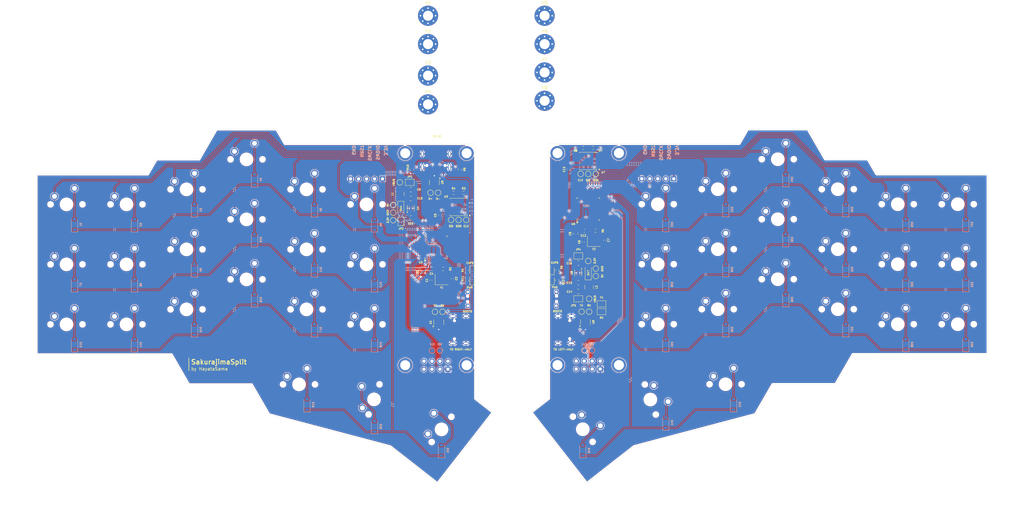
<source format=kicad_pcb>
(kicad_pcb (version 20241229) (generator "pcbnew") (generator_version "9.0")
  (title_block (title "SakurajimaSplit") (date "2025-08-11") (rev "1.0") (company "HayataSama") (comment 1 "https://github.com/HayataSama/SakurajimaSplit"))
  (layers (0 "F.Cu" signal) (2 "B.Cu" signal) (13 "F.Paste" user) (15 "B.Paste" user) (5 "F.SilkS" user "F.Silkscreen") (7 "B.SilkS" user "B.Silkscreen") (1 "F.Mask" user) (3 "B.Mask" user) (25 "Edge.Cuts" user))
  (net 0 "")
  (net 1 "+3.3V")
  (net 2 "/Left-Half/SWCLK{slash}BOOT0")
  (net 3 "GND")
  (net 4 "/Left-Half/HSE_IN")
  (net 5 "Net-(C2-Pad1)")
  (net 6 "Net-(JP1-B)")
  (net 7 "+5V")
  (net 8 "Net-(D44-A)")
  (net 9 "/Right-Half/SWCLK{slash}BOOT0")
  (net 10 "/Right-Half/HSE_IN")
  (net 11 "Net-(C7-Pad1)")
  (net 12 "Net-(JP3-B)")
  (net 13 "Net-(D47-A)")
  (net 14 "/Left-Half/ROW0")
  (net 15 "Net-(D1-A)")
  (net 16 "Net-(D2-A)")
  (net 17 "Net-(D3-A)")
  (net 18 "Net-(D4-A)")
  (net 19 "Net-(D5-A)")
  (net 20 "Net-(D6-A)")
  (net 21 "Net-(D7-A)")
  (net 22 "/Left-Half/ROW1")
  (net 23 "Net-(D8-A)")
  (net 24 "Net-(D9-A)")
  (net 25 "Net-(D10-A)")
  (net 26 "Net-(D11-A)")
  (net 27 "Net-(D12-A)")
  (net 28 "Net-(D13-A)")
  (net 29 "/Left-Half/ROW2")
  (net 30 "Net-(D14-A)")
  (net 31 "Net-(D15-A)")
  (net 32 "Net-(D16-A)")
  (net 33 "Net-(D17-A)")
  (net 34 "Net-(D18-A)")
  (net 35 "Net-(D19-A)")
  (net 36 "/Left-Half/ROW3")
  (net 37 "Net-(D20-A)")
  (net 38 "Net-(D21-A)")
  (net 39 "Net-(D22-A)")
  (net 40 "/Right-Half/ROW0")
  (net 41 "Net-(D23-A)")
  (net 42 "Net-(D24-A)")
  (net 43 "Net-(D25-A)")
  (net 44 "Net-(D26-A)")
  (net 45 "Net-(D27-A)")
  (net 46 "/Right-Half/ROW1")
  (net 47 "Net-(D28-A)")
  (net 48 "Net-(D29-A)")
  (net 49 "Net-(D30-A)")
  (net 50 "Net-(D31-A)")
  (net 51 "Net-(D32-A)")
  (net 52 "Net-(D33-A)")
  (net 53 "/Right-Half/ROW2")
  (net 54 "Net-(D34-A)")
  (net 55 "Net-(D35-A)")
  (net 56 "Net-(D36-A)")
  (net 57 "Net-(D37-A)")
  (net 58 "Net-(D38-A)")
  (net 59 "Net-(D39-A)")
  (net 60 "/Right-Half/ROW3")
  (net 61 "Net-(D40-A)")
  (net 62 "Net-(D41-A)")
  (net 63 "Net-(D42-A)")
  (net 64 "/Left-Half/CapsLock")
  (net 65 "Net-(D43-A)")
  (net 66 "Net-(D45-A)")
  (net 67 "/Right-Half/CapsLock")
  (net 68 "Net-(D46-A)")
  (net 69 "Net-(D48-A)")
  (net 70 "/Left-Half/NRST")
  (net 71 "/Left-Half/SWDIO")
  (net 72 "Net-(J2-D--PadA7)")
  (net 74 "VBUS")
  (net 78 "Net-(J2-D+-PadA6)")
  (net 79 "Net-(J3-Pin_1)")
  (net 80 "Net-(J5-D--PadA7)")
  (net 81 "Net-(J5-CC1)")
  (net 83 "Net-(J5-D+-PadA6)")
  (net 85 "Net-(J5-CC2)")
  (net 86 "/Right-Half/SWDIO")
  (net 87 "/Right-Half/NRST")
  (net 88 "Net-(J6-Pin_1)")
  (net 90 "Net-(J7-D+-PadA6)")
  (net 92 "Net-(J7-D--PadA7)")
  (net 94 "/Left-Half/Flash_~{CS}")
  (net 95 "Net-(U3-~{HOLD}{slash}~{RESET}{slash}IO_{3})")
  (net 96 "/Right-Half/Flash_~{CS}")
  (net 97 "Net-(U7-~{HOLD}{slash}~{RESET}{slash}IO_{3})")
  (net 98 "/Left-Half/Flash_SCLK")
  (net 99 "/Left-Half/Flash_SDI")
  (net 100 "/Right-Half/Flash_SCLK")
  (net 101 "/Right-Half/Flash_SDI")
  (net 102 "/Right-Half/USART_RX")
  (net 103 "Net-(JP5-A)")
  (net 104 "/Right-Half/USART_TX")
  (net 105 "Net-(JP6-A)")
  (net 106 "/Left-Half/COL0")
  (net 107 "/Left-Half/COL1")
  (net 108 "/Left-Half/COL2")
  (net 109 "/Left-Half/COL3")
  (net 110 "/Left-Half/COL4")
  (net 111 "/Left-Half/COL5")
  (net 112 "/Right-Half/COL0")
  (net 113 "/Right-Half/COL1")
  (net 114 "/Right-Half/COL2")
  (net 115 "/Right-Half/COL3")
  (net 116 "/Right-Half/COL4")
  (net 117 "/Right-Half/COL5")
  (net 118 "/Left-Half/HSE_OUT")
  (net 119 "/Left-Half/Flash_SDO")
  (net 120 "/Right-Half/Flash_SDO")
  (net 121 "/Right-Half/HSE_OUT")
  (net 122 "/Left-Half/USART_TX")
  (net 123 "/Left-Half/USART_RX")
  (net 124 "/Left-Half/Display_SCLK")
  (net 125 "/Left-Half/Display_SDI")
  (net 126 "/Left-Half/USB_D-")
  (net 127 "/Left-Half/USB_D+")
  (net 128 "/Right-Half/Display_SCLK")
  (net 129 "/Right-Half/Display_SDI")
  (net 130 "/Left-Half/Display_~{RST}")
  (net 131 "/Left-Half/Display_~{CS}")
  (net 132 "/Left-Half/Display_~{EN}")
  (net 133 "/Left-Half/Display_DC")
  (net 134 "/Right-Half/Display_DC")
  (net 135 "/Right-Half/Display_~{EN}")
  (net 136 "/Right-Half/Display_~{RST}")
  (net 137 "/Right-Half/Display_~{CS}")
  (footprint "Hayata_Lib:TestPoint_Pad_Circular_1.3mm" (layer "F.Cu") (at 173.7 120.8 -90)
    (property "Reference" "SDO")
    (property "Value" "Flash_SDO")
  )
  (footprint "Capacitor_SMD:C_0603_1608Metric" (layer "F.Cu") (at 208.65 104.78 -90)
    (property "Reference" "C13")
    (property "Value" "100nF")
  )
  (footprint "Hayata_Lib:TestPoint_Pad_Circular_1.3mm" (layer "F.Cu") (at 212.45 106.2 90)
    (property "Reference" "CLK")
    (property "Value" "Flash_SCLK")
  )
  (footprint "Inductor_SMD:L_1210_3225Metric" (layer "F.Cu") (at 215.15 142.15 90)
    (property "Reference" "L2")
    (property "Value" "10uH")
  )
  (footprint "Package_SON:WSON-6-1EP_2x2mm_P0.65mm_EP1x1.6mm_ThermalVias" (layer "F.Cu") (at 158.5375 117.1 90)
    (property "Reference" "U4")
    (property "Value" "TLV76733DRVR")
  )
  (footprint "Hayata_Lib:TestPoint_Pad_Circular_1.3mm" (layer "F.Cu") (at 155.0375 108.9)
    (property "Reference" "VBUS")
    (property "Value" "VBUS")
  )
  (footprint "Capacitor_SMD:C_0805_2012Metric" (layer "F.Cu") (at 158.5 120.2)
    (property "Reference" "C11")
    (property "Value" "4.7uF")
  )
  (footprint "PCM_marbastlib-mx:SW_MX_1u" (layer "F.Cu") (at 332.175 115.8375)
    (property "Reference" "MX27" (hide yes))
    (property "Value" "SW_Push_45deg")
  )
  (footprint "Hayata_Lib:TestPoint_Pad_Circular_1.3mm" (layer "F.Cu") (at 214.85 133.85)
    (property "Reference" "3.3V")
    (property "Value" "+3.3V")
  )
  (footprint "Resistor_SMD:R_0603_1608Metric" (layer "F.Cu") (at 216.45 97.95)
    (property "Reference" "R7")
    (property "Value" "5.1k")
  )
  (footprint "PCM_marbastlib-mx:SW_MX_1u" (layer "F.Cu") (at 236.925 115.8375)
    (property "Reference" "MX22" (hide yes))
    (property "Value" "Y")
  )
  (footprint "PCM_marbastlib-mx:SW_MX_1u" (layer "F.Cu") (at 146.84375 177.8 70)
    (property "Reference" "MX20" (hide yes))
    (property "Value" "SW_Push_45deg")
  )
  (footprint "Capacitor_SMD:C_0402_1005Metric_Pad0.74x0.62mm_HandSolder" (layer "F.Cu") (at 171.7 139.4175 -90)
    (property "Reference" "C2")
    (property "Value" "20pF")
  )
  (footprint "PCM_marbastlib-mx:SW_MX_1u" (layer "F.Cu") (at 255.975 111.075)
    (property "Reference" "MX23" (hide yes))
    (property "Value" "U")
  )
  (footprint "Hayata_Lib:TestPoint_Pad_Circular_1.3mm" (layer "F.Cu") (at 215.15 145.85)
    (property "Reference" "VBUS")
    (property "Value" "VBUS")
  )
  (footprint "Hayata_Lib:TestPoint_Pad_Circular_1.3mm" (layer "F.Cu") (at 171.3 120.8 -90)
    (property "Reference" "SDI")
    (property "Value" "Flash_SDI")
  )
  (footprint "PCM_marbastlib-mx:SW_MX_1u" (layer "F.Cu") (at 313.125 134.8875)
    (property "Reference" "MX32" (hide yes))
    (property "Value" "; :")
  )
  (footprint "Resistor_SMD:R_0603_1608Metric" (layer "F.Cu") (at 175.3 112.2)
    (property "Reference" "R3")
    (property "Value" "5.1k")
  )
  (footprint "Hayata_Lib:TestPoint_Pad_Circular_1.3mm" (layer "F.Cu") (at 217.25 106.2 90)
    (property "Reference" "SDO")
    (property "Value" "Flash_SDO")
  )
  (footprint "PCM_marbastlib-mx:SW_MX_1u" (layer "F.Cu") (at 313.125 153.9375)
    (property "Reference" "MX38" (hide yes))
    (property "Value" "/ ?")
  )
  (footprint "PCM_marbastlib-mx:SW_MX_1u" (layer "F.Cu") (at 125.4125 149.225)
    (property "Reference" "MX17" (hide yes))
    (property "Value" "V")
  )
  (footprint "Package_QFP:LQFP-48_7x7mm_P0.5mm" (layer "F.Cu") (at 166.5 129.5 90)
    (property "Reference" "U2")
    (property "Value" "STM32G0B1CBT6")
  )
  (footprint "Jumper:SolderJumper-2_P1.3mm_Open_TrianglePad1.0x1.5mm" (layer "F.Cu") (at 155.4375 121.3 -90)
    (property "Reference" "JP2")
    (property "Value" "+3.3V")
  )
  (footprint "Hayata_Lib:TestPoint_Pad_Circular_1.3mm" (layer "F.Cu") (at 168.6 150)
    (property "Reference" "RX")
    (property "Value" "USART_RX")
  )
  (footprint "PCM_marbastlib-mx:SW_MX_1u" (layer "F.Cu") (at 236.925 134.8875)
    (property "Reference" "MX28" (hide yes))
    (property "Value" "H")
  )
  (footprint "Jumper:SolderJumper-2_P1.3mm_Open_TrianglePad1.0x1.5mm" (layer "F.Cu") (at 219.075 147.45)
    (property "Reference" "TX")
    (property "Value" "USART_TX")
  )
  (footprint "Capacitor_SMD:C_0603_1608Metric" (layer "F.Cu") (at 167.8 119.38 -90)
    (property "Reference" "C5")
    (property "Value" "100nF")
  )
  (footprint "PCM_marbastlib-mx:SW_MX_1u" (layer "F.Cu") (at 234.576327 177.839506 -70)
    (property "Reference" "MX41" (hide yes))
    (property "Value" "SW_Push_45deg")
  )
  (footprint "Hayata_Lib:TestPoint_Pad_Circular_1.3mm" (layer "F.Cu") (at 215.15 149.95 90)
    (property "Reference" "RX")
    (property "Value" "USART_RX")
  )
  (footprint "PCM_marbastlib-mx:SW_MX_1u" (layer "F.Cu") (at 68.2625 134.9375)
    (property "Reference" "MX8" (hide yes))
    (property "Value" "A")
  )
  (footprint "Package_TO_SOT_SMD:SOT-23-6" (layer "F.Cu") (at 166 108.9 -90)
    (property "Reference" "U5")
    (property "Value" "USBLC6-2SC6")
  )
  (footprint "Resistor_SMD:R_0603_1608Metric" (layer "F.Cu") (at 172.1 112.2 180)
    (property "Reference" "R4")
    (property "Value" "5.1k")
  )
  (footprint "Resistor_SMD:R_0603_1608Metric" (layer "F.Cu") (at 176.4 136.8 -90)
    (property "Reference" "R1")
    (property "Value" "330R")
  )
  (footprint "Connector_USB:USB_C_Receptacle_G-Switch_GT-USB-7010ASV" (layer "F.Cu") (at 166.5 100.93 180)
    (property "Reference" "J5" (hide yes))
    (property "Value" "USB-C to Host")
  )
  (footprint "PCM_marbastlib-mx:SW_MX_1u" (layer "F.Cu") (at 313.125 115.8375)
    (property "Reference" "MX26" (hide yes))
    (property "Value" "P")
  )
  (footprint "PCM_marbastlib-mx:SW_MX_1u" (layer "F.Cu") (at 125.4125 130.175)
    (property "Reference" "MX11" (hide yes))
    (property "Value" "F")
  )
  (footprint "Jumper:SolderJumper-2_P1.3mm_Open_TrianglePad1.0x1.5mm" (layer "F.Cu") (at 158.2 108.9 180)
    (property "Reference" "JP1")
    (property "Value" "VBUS")
  )
  (footprint "MountingHole:MountingHole_3.2mm_M3_Pad_Via" (layer "F.Cu") (at 164 75)
    (property "Reference" "H3")
    (property "Value" "MountingHole")
  )
  (footprint "Hayata_Lib:SW_Push_TS-1010B" (layer "F.Cu") (at 205.5 145.85 90)
    (property "Reference" "BOOT0")
    (property "Value" "SWCLK/BOOT0")
  )
  (footprint "PCM_marbastlib-mx:SW_MX_1u" (layer "F.Cu") (at 332.175 153.9375)
    (property "Reference" "MX39" (hide yes))
    (property "Value" "SW_Push_45deg")
  )
  (footprint "Jumper:SolderJumper-2_P1.3mm_Open_TrianglePad1.0x1.5mm" (layer "F.Cu") (at 211.6875 132.25 180)
    (property "Reference" "JP4")
    (property "Value" "+3.3V")
  )
  (footprint "Package_SON:WSON-6-1EP_2x2mm_P0.65mm_EP1x1.6mm_ThermalVias" (layer "F.Cu") (at 211.65 137.65 -90)
    (property "Reference" "U8")
    (property "Value" "TLV76733DRVR")
  )
  (footprint "PCM_marbastlib-mx:SW_MX_1u" (layer "F.Cu") (at 49.2125 115.8875)
    (property "Reference" "MX1" (hide yes))
    (property "Value" "SW_Push_45deg")
  )
  (footprint "PCM_marbastlib-mx:SW_MX_1u" (layer "F.Cu") (at 125.4125 111.125)
    (property "Reference" "MX5" (hide yes))
    (property "Value" "R")
  )
  (footprint "Capacitor_SMD:C_0402_1005Metric_Pad0.74x0.62mm_HandSolder" (layer "F.Cu") (at 213.25 127.8325 90)
    (property "Reference" "C6")
    (property "Value" "20pF")
  )
  (footprint "Hayata_Lib:TestPoint_Pad_Circular_1.3mm" (layer "F.Cu") (at 152.9375 120.9)
    (property "Reference" "3.3V")
    (property "Value" "+3.3V")
  )
  (footprint "PCM_marbastlib-mx:SW_MX_1u" (layer "F.Cu") (at 294.075 149.175)
    (property "Reference" "MX37" (hide yes))
    (property "Value" ". >")
  )
  (footprint "Package_TO_SOT_SMD:SOT-23-6" (layer "F.Cu") (at 213.95 153.25 90)
    (property "Reference" "U9")
    (property "Value" "USBLC6-2SC6")
  )
  (footprint "Hayata_Lib:TestPoint_Pad_Circular_1.3mm" (layer "F.Cu") (at 217.25 136.25 180)
    (property "Reference" "GND")
    (property "Value" "GND")
  )
  (footprint "Resistor_SMD:R_0603_1608Metric" (layer "F.Cu") (at 158.9 104.8 -90)
    (property "Reference" "R10")
    (property "Value" "5.1k")
  )
  (footprint "LED_SMD:LED_0603_1608Metric" (layer "F.Cu") (at 178 136.8 -90)
    (property "Reference" "CAPS")
    (property "Value" "CapsLock ind.")
  )
  (footprint "PCM_marbastlib-mx:SW_MX_1u" (layer "F.Cu") (at 49.2125 153.9875)
    (property "Reference" "MX13" (hide yes))
    (property "Value" "SW_Push_45deg")
  )
  (footprint "PCM_marbastlib-mx:SW_MX_1u" (layer "F.Cu") (at 68.2625 115.8875)
    (property "Reference" "MX2" (hide yes))
    (property "Value" "Q")
  )
  (footprint "PCM_marbastlib-mx:SW_MX_1.5u" (layer "F.Cu") (at 168.275 187.325 52)
    (property "Reference" "MX21" (hide yes))
    (property "Value" "SW_Push_45deg")
  )
  (footprint "PCM_marbastlib-mx:SW_MX_1u" (layer "F.Cu") (at 49.2125 134.9375)
    (property "Reference" "MX7" (hide yes))
    (property "Value" "SW_Push_45deg")
  )
  (footprint "Package_SO:SOIC-8_5.3x5.3mm_P1.27mm" (layer "F.Cu") (at 214.85 102.1 180)
    (property "Reference" "U7")
    (property "Value" "W25Q128JVS")
  )
  (footprint "Capacitor_SMD:C_0805_2012Metric" (layer "F.Cu") (at 158.5 111.2)
    (property "Reference" "C9")
    (property "Value" "TBD")
  )
  (footprint "Hayata_Lib:SW_Push_TS-1010B" (layer "F.Cu") (at 175.85 145.9 -90)
    (property "Reference" "BOOT0")
    (property "Value" "SWCLK/BOOT0")
  )
  (footprint "PCM_marbastlib-mx:SW_MX_1u" (layer "F.Cu") (at 123.03125 173.0375)
    (property "Reference" "MX19" (hide yes))
    (property "Value" "SW_Push_45deg")
  )
  (footprint "Capacitor_SMD:C_0805_2012Metric" (layer "F.Cu") (at 211.6875 140.75 180)
    (property "Reference" "C15")
    (property "Value" "4.7uF")
  )
  (footprint "PCM_marbastlib-mx:SW_MX_1u" (layer "F.Cu") (at 236.925 153.9375)
    (property "Reference" "MX34" (hide yes))
    (property "Value" "N")
  )
  (footprint "PCM_marbastlib-mx:SW_MX_1u" (layer "F.Cu") (at 258.4515 172.9875)
    (property "Reference" "MX42" (hide yes))
    (property "Value" "SW_Push_45deg")
  )
  (footprint "Package_TO_SOT_SMD:SOT-23-6" (layer "F.Cu") (at 167.4 153.3 90)
    (property "Reference" "U1")
    (property "Value" "USBLC6-2SC6")
  )
  (footprint "MountingHole:MountingHole_3.2mm_M3_Pad_Via" (layer "F.Cu") (at 164 84.1375)
    (property "Reference" "H4")
    (property "Value" "MountingHole")
  )
  (footprint "Capacitor_SMD:C_0603_1608Metric" (layer "F.Cu") (at 165.3 136.4)
    (property "Reference" "C4")
    (property "Value" "100nF")
  )
  (footprint "LED_SMD:LED_0603_1608Metric" (layer "F.Cu") (at 203.35 139.95 90)
    (property "Reference" "PWR")
    (property "Value" "PWR ind.")
  )
  (footprint "PCM_marbastlib-mx:SW_MX_1u" (layer "F.Cu") (at 144.4625 134.9375)
    (property "Reference" "MX12" (hide yes))
    (property "Value" "G")
  )
  (footprint "Crystal:Crystal_SMD_3225-4Pin_3.2x2.5mm" (layer "F.Cu") (at 216.65 127.55)
    (property "Reference" "Y2")
    (property "Value" "8MHz")
  )
  (footprint "Connector_USB:USB_C_Receptacle_G-Switch_GT-USB-7010ASV" (layer "F.Cu") (at 174.97 155.7 90)
    (property "Reference" "J2" (hide yes))
    (property "Value" "USB-C to Right-Half")
  )
  (footprint "LED_SMD:LED_0603_1608Metric" (layer "F.Cu") (at 178 140 90)
    (property "Reference" "PWR")
    (property "Value" "PWR ind.")
  )
  (footprint "Hayata_Lib:TestPoint_Pad_Circular_1.3mm" (layer "F.Cu") (at 167.1875 112.2 90)
    (property "Reference" "D-")
    (property "Value" "USB_D-")
  )
  (footprint "PCM_marbastlib-mx:SW_MX_1u" (layer "F.Cu") (at 144.4625 115.8875)
    (property "Reference" "MX6" (hide yes))
    (property "Value" "T")
  )
  (footprint "Hayata_Lib:OLED_SSD1305" (layer "F.Cu") (at 166.5 133.3 180)
    (property "Reference" "U10" (hide yes))
    (property "Value" "ZJY_M233")
  )
  (footprint "Hayata_Lib:TestPoint_Pad_Circular_1.3mm" (layer "F.Cu") (at 176.1 120.8 -90)
    (property "Reference" "CLK")
    (property "Value" "Flash_SCLK")
  )
  (footprint "MountingHole:MountingHole_3.2mm_M3_Pad_Via" (layer "F.Cu") (at 164 65)
    (property "Reference" "H2")
    (property "Value" "MountingHole")
  )
  (footprint "Package_QFP:LQFP-48_7x7mm_P0.5mm" (layer "F.Cu") (at 214.85 117.35 90)
    (property "Reference" "U6")
    (property "Value" "STM32G0B1CBT6")
  )
  (footprint "Capacitor_SMD:C_0402_1005Metric_Pad0.74x0.62mm_HandSolder" (layer "F.Cu") (at 220.05 127.2675 -90)
    (property "Reference" "C7")
    (property "Value" "20pF")
  )
  (footprint "Resistor_SMD:R_0603_1608Metric" (layer "F.Cu") (at 217.15 124.25 180)
    (property "Reference" "R6")
    (property "Value" "TBD")
  )
  (footprint "PCM_marbastlib-mx:SW_MX_1u" (layer "F.Cu") (at 255.975 130.125)
    (property "Reference" "MX29" (hide yes))
    (property "Value" "J")
  )
  (footprint "PCM_marbastlib-mx:SW_MX_1u" (layer "F.Cu") (at 87.3125 149.225)
    (property "Reference" "MX15" (hide yes))
    (property "Value" "X")
  )
  (footprint "Capacitor_SMD:C_0805_2012Metric" (layer "F.Cu") (at 211.6875 134.55 180)
    (property "Reference" "C16")
    (property "Value" "4.7uF")
  )
  (footprint "PCM_marbastlib-mx:SW_MX_1u" (layer "F.Cu") (at 294.075 130.125)
    (property "Reference" "MX31" (hide yes))
    (property "Value" "L")
  )
  (footprint "PCM_marbastlib-mx:SW_MX_1.5u" (layer "F.Cu") (at 213.1125 187.275 -52)
    (property "Reference" "MX40" (hide yes))
    (property "Value" "SW_Push_45deg")
  )
  (footprint "Capacitor_SMD:C_0805_2012Metric" (layer "F.Cu") (at 162.5 137.35 -90)
    (property "Reference" "C3")
    (property "Value" "4.7uF")
  )
  (footprint "Resistor_SMD:R_0603_1608Metric" (layer "F.Cu") (at 174.1 104.8 -90)
    (property "Reference" "R9")
    (property "Value" "5.1k")
  )
  (footprint "Jumper:SolderJumper-2_P1.3mm_Open_TrianglePad1.0x1.5mm" (layer "F.Cu") (at 211.6875 145.85)
    (property "Reference" "JP3")
    (property "Value" "VBUS")
  )
  (footprint "MountingHole:MountingHole_3.2mm_M3_Pad_Via" (layer "F.Cu") (at 201 56)
    (property "Reference" "H5")
    (property "Value" "MountingHole")
  )
  (footprint "Package_SO:SOIC-8_5.3x5.3mm_P1.27mm" (layer "F.Cu") (at 173.7 116.7 180)
    (property "Reference" "U3")
    (property "Value" "W25Q128JVS")
  )
  (footprint "Capacitor_SMD:C_0402_1005Metric_Pad0.74x0.62mm_HandSolder" (layer "F.Cu") (at 164.9 139.9825 90)
    (property "Reference" "C1")
    (property "Value" "20pF")
  )
  (footprint "Hayata_Lib:TestPoint_Pad_Circular_1.3mm" (layer "F.Cu") (at 152.9375 118.5)
    (property "Reference" "GND")
    (property "Value" "GND")
  )
  (footprint "PCM_marbastlib-mx:SW_MX_1u" (layer "F.Cu") (at 87.3125 111.125)
    (property "Reference" "MX3" (hide yes))
    (property "Value" "W")
  )
  (footprint "PCM_marbastlib-mx:SW_MX_1u" (layer "F.Cu") (at 294.075 111.075)
    (property "Reference" "MX25" (hide yes))
    (property "Value" "O")
  )
  (footprint "Jumper:SolderJumper-2_P1.3mm_Open_TrianglePad1.0x1.5mm" (layer "F.Cu") (at 219.075 149.95)
    (property "Reference" "RX")
    (property "Value" "USART_RX")
  )
  (footprint "Capacitor_SMD:C_0603_1608Metric" (layer "F.Cu") (at 213.65 124.25)
    (property "Reference" "C12")
    (property "Value" "100nF")
  )
  (footprint "PCM_marbastlib-mx:SW_MX_1u" (layer "F.Cu") (at 255.975 149.175)
    (property "Reference" "MX35" (hide yes))
    (property "Value" "M")
  )
  (footprint "PCM_marbastlib-mx:SW_MX_1u" (layer "F.Cu") (at 275.025 139.65)
    (property "Reference" "MX36" (hide yes))
    (property "Value" ", <")
  )
  (footprint "Hayata_Lib:TestPoint_Pad_Circular_1.3mm" (layer "F.Cu") (at 217.25 138.65)
    (property "Reference" "5V")
    (property "Value" "+5V")
  )
  (footprint "Diode_SMD:D_SOD-123" (layer "F.Cu") (at 155.3375 117.235 -90)
    (property "Reference" "D44")
    (property "Value" "D_Schottky")
  )
  (footprint "Diode_SMD:D_SOD-123" (layer "F.Cu") (at 214.85 137.515 90)
    (property "Reference" "D47")
    (property "Value" "D_Schottky")
  )
  (footprint "Hayata_Lib:TestPoint_Pad_Circular_1.3mm" (layer "F.Cu") (at 212.75 149.95 90)
    (property "Reference" "TX")
    (property "Value" "USART_TX")
  )
  (footprint "Hayata_Lib:TestPoint_Pad_Circular_1.3mm" (layer "F.Cu") (at 166.2 150)
    (property "Reference" "TX")
    (property "Value" "USART_TX")
  )
  (footprint "Capacitor_SMD:C_0805_2012Metric" (layer "F.Cu") (at 210.85 125.2 -90)
    (property "Reference" "C8")
    (property "Value" "4.7uF")
  )
  (footprint "Hayata_Lib:TestPoint_Pad_Circular_1.3mm" (layer "F.Cu") (at 164.7875 112.2 90)
    (property "Reference" "D+")
    (property "Value" "USB_D+")
  )
  (footprint "Capacitor_SMD:C_0805_2012Metric" (layer "F.Cu") (at 211.6875 143.55 180)
    (property "Reference" "C14")
    (property "Value" "TBD")
  )
  (footprint "Hayata_Lib:OLED_SSD1305" (layer "F.Cu") (at 214.85 133.25 180)
    (property "Reference" "U11" (hide yes))
    (property "Value" "ZJY_M233")
  )
  (footprint "Capacitor_SMD:C_0805_2012Metric" (layer "F.Cu") (at 158.5 114)
    (property "Reference" "C10")
    (property "Value" "4.7uF")
  )
  (footprint "MountingHole:MountingHole_3.2mm_M3_Pad_Via" (layer "F.Cu") (at 201 65)
    (property "Reference" "H6")
    (property "Value" "MountingHole")
  )
  (footprint "Resistor_SMD:R_0603_1608Metric" (layer "F.Cu") (at 204.95 139.95 90)
    (property "Reference" "R12")
    (property "Value" "330R")
  )
  (footprint "PCM_marbastlib-mx:SW_MX_1u" (layer "F.Cu") (at 144.4625 153.9875)
    (property "Reference" "MX18" (hide yes))
    (property "Value" "B")
  )
  (footprint "PCM_marbastlib-mx:SW_MX_1u" (layer "F.Cu") (at 106.3625 101.6)
    (property "Reference" "MX4" (hide yes))
    (property "Value" "E")
  )
  (footprint "MountingHole:MountingHole_3.2mm_M3_Pad_Via" (layer "F.Cu") (at 164 56)
    (property "Reference" "H1")
    (property "Value" "MountingHole")
  )
  (footprint "PCM_marbastlib-mx:SW_MX_1u" (layer "F.Cu") (at 87.3125 130.175)
    (property "Reference" "MX9" (hide yes))
    (property "Value" "S")
  )
  (footprint "Resistor_SMD:R_0603_1608Metric" (layer "F.Cu") (at 213.25 97.95 180)
    (property "Reference" "R8")
    (property "Value" "5.1k")
  )
  (footprint "PCM_marbastlib-mx:SW_MX_1u" (layer "F.Cu") (at 68.2625 153.9875)
    (property "Reference" "MX14" (hide yes))
    (property "Value" "Z")
  )
  (footprint "Hayata_Lib:TestPoint_Pad_Circular_1.3mm" (layer "F.Cu") (at 214.85 106.2 90)
    (property "Reference" "SDI")
    (property "Value" "Flash_SDI")
  )
  (footprint "PCM_marbastlib-mx:SW_MX_1u" (layer "F.Cu") (at 106.3625 139.7)
    (property "Reference" "MX16" (hide yes))
    (property "Value" "C")
  )
  (footprint "PCM_marbastlib-mx:SW_MX_1u" (layer "F.Cu") (at 275.025 120.6)
    (property "Reference" "MX30" (hide yes))
    (property "Value" "K")
  )
  (footprint "PCM_marbastlib-mx:SW_MX_1u" (layer "F.Cu") (at 332.175 134.8875)
    (property "Reference" "MX33" (hide yes))
    (property "Value" "' \"")
  )
  (footprint "PCM_marbastlib-mx:SW_MX_1u" (layer "F.Cu") (at 275.025 101.55)
    (property "Reference" "MX24" (hide yes))
    (property "Value" "I")
  )
  (footprint "Inductor_SMD:L_1210_3225Metric" (layer "F.Cu") (at 155.0375 112.6 -90)
    (property "Reference" "L1")
    (property "Value" "10uH")
  )
  (footprint "MountingHole:MountingHole_3.2mm_M3_Pad_Via" (layer "F.Cu") (at 201 83)
    (property "Reference" "H8")
    (property "Value" "MountingHole")
  )
  (footprint "MountingHole:MountingHole_3.2mm_M3_Pad_Via" (layer "F.Cu") (at 201 74)
    (property "Reference" "H7")
    (property "Value" "MountingHole")
  )
  (footprint "Resistor_SMD:R_0603_1608Metric" (layer "F.Cu") (at 176.4 140 90)
    (property "Reference" "R11")
    (property "Value" "330R")
  )
  (footprint "Crystal:Crystal_SMD_3225-4Pin_3.2x2.5mm" (layer "F.Cu") (at 168.3 139.7)
    (property "Reference" "Y1")
    (property "Value" "8MHz")
  )
  (footprint "Connector_USB:USB_C_Receptacle_G-Switch_GT-USB-7010ASV" (layer "F.Cu") (at 206.38 155.65 -90)
    (property "Reference" "J7" (hide yes))
    (property "Value" "USB-C to Right-Half")
  )
  (footprint "LED_SMD:LED_0603_1608Metric" (layer "F.Cu") (at 203.35 136.75 90)
    (property "Reference" "CAPS")
    (property "Value" "CapsLock ind.")
  )
  (footprint "Resistor_SMD:R_0603_1608Metric" (layer "F.Cu") (at 204.95 136.75 90)
    (property "Reference" "R5")
    (property "Value" "330R")
  )
  (footprint "Hayata_Lib:TestPoint_Pad_Circular_1.3mm" (layer "F.Cu") (at 152.9375 116.1)
    (property "Reference" "5V")
    (property "Value" "+5V")
  )
  (footprint "PCM_marbastlib-mx:SW_MX_1u" (layer "F.Cu") (at 106.3625 120.65)
    (property "Reference" "MX10" (hide yes))
    (property "Value" "D")
  )
  (footprint "Resistor_SMD:R_0603_1608Metric" (layer "F.Cu") (at 168.8 136.4 180)
    (property "Reference" "R2")
    (property "Value" "TBD")
  )
  (footprint "Diode_SMD:D_SOD-123" (layer "B.Cu") (at 127.9525 117.5375 90)
    (property "Reference" "D5")
    (property "Value" "D")
  )
  (footprint "Diode_SMD:D_SOD-123" (layer "B.Cu") (at 258.515 155.5875 90)
    (property "Reference" "D35")
    (property "Value" "D")
  )
  (footprint "Diode_SMD:D_SOD-123" (layer "B.Cu") (at 147.0025 122.3 90)
    (property "Reference" "D6")
    (property "Value" "D")
  )
  (footprint "Hayata_Lib:TestPoint_Pad_Circular_1.3mm" (layer "B.Cu") (at 213.65 162.25 90)
    (property "Reference" "CLK")
    (property "Value" "Display_SCLK")
  )
  (footprint "Diode_SMD:D_SOD-123" (layer "B.Cu") (at 334.715 122.25 90)
    (property "Reference" "D27")
    (property "Value" "D")
  )
  (footprint "Connector_PinHeader_2.54mm:PinHeader_1x05_P2.54mm_Horizontal" (layer "B.Cu") (at 242.005 107.75 90)
    (property "Reference" "J4" (hide yes))
    (property "Value" "SWD")
  )
  (footprint "Diode_SMD:D_SOD-123" (layer "B.Cu") (at 89.8525 117.5375 90)
    (property "Reference" "D3")
    (property "Value" "D")
  )
  (footprint "Diode_SMD:D_SOD-123" (layer "B.Cu") (at 70.8025 122.3 90)
    (property "Reference" "D2")
    (property "Value" "D")
  )
  (footprint "Diode_SMD:D_SOD-123" (layer "B.Cu") (at 108.9025 108.0125 90)
    (property "Reference" "D4")
    (property "Value" "D")
  )
  (footprint "Diode_SMD:D_SOD-123" (layer "B.Cu") (at 51.7525 160.4 90)
    (property "Reference" "D13")
    (property "Value" "D")
  )
  (footprint "Diode_SMD:D_SOD-123" (layer "B.Cu") (at 315.665 160.35 90)
    (property "Reference" "D38")
    (property "Value" "D")
  )
  (footprint "Diode_SMD:D_SOD-123" (layer "B.Cu") (at 315.665 122.25 90)
    (property "Reference" "D26")
    (property "Value" "D")
  )
  (footprint "Diode_SMD:D_SOD-123" (layer "B.Cu") (at 239.465 185.2 90)
    (property "Reference" "D41")
    (property "Value" "D")
  )
  (footprint "Diode_SMD:D_SOD-123" (layer "B.Cu") (at 296.615 155.5875 90)
    (property "Reference" "D37")
    (property "Value" "D")
  )
  (footprint "Diode_SMD:D_SOD-123" (layer "B.Cu") (at 334.715 160.35 90)
    (property "Reference" "D39")
    (property "Value" "D")
  )
  (footprint "Diode_SMD:D_SOD-123" (layer "B.Cu") (at 277.565 146.0625 90)
    (property "Reference" "D36")
    (property "Value" "D")
  )
  (footprint "Connector_Wire:SolderWirePad_1x01_SMD_1x2mm" (layer "B.Cu") (at 165.75 130.4 180)
    (property "Reference" "VREF")
    (property "Value" "VREF+")
  )
  (footprint "Diode_SMD:D_SOD-123" (layer "B.Cu") (at 70.8025 141.35 90)
    (property "Reference" "D8")
    (property "Value" "D")
  )
  (footprint "Diode_SMD:D_SOD-123" (layer "B.Cu") (at 125.57125 179.45 90)
    (property "Reference" "D19")
    (property "Value" "D")
  )
  (footprint "Diode_SMD:D_SOD-123" (layer "B.Cu") (at 296.615 136.5375 90)
    (property "Reference" "D31")
    (property "Value" "D")
  )
  (footprint "Diode_SMD:D_SOD-123" (layer "B.Cu") (at 258.515 136.5375 90)
    (property "Reference" "D29")
    (property "Value" "D")
  )
  (footprint "Connector_Wire:SolderWirePad_1x01_SMD_1x2mm" (layer "B.Cu") (at 214.15 118.45 180)
    (property "Reference" "VREF")
    (property "Value" "VREF+")
  )
  (footprint "Diode_SMD:D_SOD-123" (layer "B.Cu") (at 260.9915 179.4 90)
    (property "Reference" "D42")
    (property "Value" "D")
  )
  (footprint "Hayata_Lib:TestPoint_Pad_Circular_1.3mm" (layer "B.Cu") (at 216.05 162.25 90)
    (property "Reference" "SDI")
    (property "Value" "Display_SDI")
  )
  (footprint "Diode_SMD:D_SOD-123" (layer "B.Cu") (at 239.465 122.25 90)
    (property "Reference" "D22")
    (property "Value" "D")
  )
  (footprint "Diode_SMD:D_SOD-123" (layer "B.Cu") (at 147.0025 160.4 90)
    (property "Reference" "D18")
    (property "Value" "D")
  )
  (footprint "Diode_SMD:D_SOD-123" (layer "B.Cu") (at 277.565 107.9625 90)
    (property "Reference" "D24")
    (property "Value" "D")
  )
  (footprint "Connector_PinHeader_2.54mm:PinHeader_1x05_P2.54mm_Horizontal" (layer "B.Cu") (at 149.5425 107.8 90)
    (property "Reference" "J1" (hide yes))
    (property "Value" "SWD")
  )
  (footprint "Diode_SMD:D_SOD-123" (layer "B.Cu") (at 147.0025 141.35 90)
    (property "Reference" "D12")
    (property "Value" "D")
  )
  (footprint "Diode_SMD:D_SOD-123" (layer "B.Cu") (at 51.7525 122.3 90)
    (property "Reference" "D1")
    (property "Value" "D")
  )
  (footprint "Diode_SMD:D_SOD-123" (layer "B.Cu") (at 258.515 117.4875 90)
    (property "Reference" "D23")
    (property "Value" "D")
  )
  (footprint "Hayata_Lib:TestPoint_Pad_Circular_1.3mm" (layer "B.Cu") (at 167.7 162.3 180)
    (property "Reference" "SDI")
    (property "Value" "Display_SDI")
  )
  (footprint "Diode_SMD:D_SOD-123" (layer "B.Cu") (at 127.9525 136.5875 90)
    (property "Reference" "D11")
    (property "Value" "D")
  )
  (footprint "Diode_SMD:D_SOD-123" (layer "B.Cu") (at 70.8025 160.4 90)
    (property "Reference" "D14")
    (property "Value" "D")
  )
  (footprint "Diode_SMD:D_SOD-123" (layer "B.Cu") (at 127.9525 155.6375 90)
    (property "Reference" "D17")
    (property "Value" "D")
  )
  (footprint "Diode_SMD:D_SOD-123" (layer "B.Cu") (at 51.7525 141.35 90)
    (property "Reference" "D7")
    (property "Value" "D")
  )
  (footprint "Diode_SMD:D_SOD-123" (layer "B.Cu") (at 334.715 141.3 90)
    (property "Reference" "D33")
    (property "Value" "D")
  )
  (footprint "Diode_SMD:D_SOD-123" (layer "B.Cu") (at 315.665 141.3 90)
    (property "Reference" "D32")
    (property "Value" "D")
  )
  (footprint "Diode_SMD:D_SOD-123" (layer "B.Cu") (at 147.0025 186.4 90)
    (property "Reference" "D20")
    (property "Value" "D")
  )
  (footprint "Diode_SMD:D_SOD-123" (layer "B.Cu") (at 168.275 194 90)
    (property "Reference" "D21")
    (property "Value" "D")
  )
  (footprint "Diode_SMD:D_SOD-123" (layer "B.Cu") (at 296.615 117.4875 90)
    (property "Reference" "D25")
    (property "Value" "D")
  )
  (footprint "Diode_SMD:D_SOD-123" (layer "B.Cu") (at 108.9025 146.1125 90)
    (property "Reference" "D16")
    (property "Value" "D")
  )
  (footprint "Diode_SMD:D_SOD-123" (layer "B.Cu") (at 277.565 127.0125 90)
    (property "Reference" "D30")
    (property "Value" "D")
  )
  (footprint "Diode_SMD:D_SOD-123" (layer "B.Cu") (at 239.465 160.35 90)
    (property "Reference" "D34")
    (property "Value" "D")
  )
  (footprint "Diode_SMD:D_SOD-123" (layer "B.Cu") (at 239.465 141.3 90)
    (property "Reference" "D28")
    (property "Value" "D")
  )
  (footprint "Diode_SMD:D_SOD-123" (layer "B.Cu") (at 89.8525 136.5875 90)
    (property "Reference" "D9")
    (property "Value" "D")
  )
  (footprint "Diode_SMD:D_SOD-123" (layer "B.Cu") (at 108.9025 127.0625 90)
    (property "Reference" "D10")
    (property "Value" "D")
  )
  (footprint "Hayata_Lib:TestPoint_Pad_Circular_1.3mm" (layer "B.Cu") (at 165.3 162.3 180)
    (property "Reference" "CLK")
    (property "Value" "Display_SCLK")
  )
  (footprint "Diode_SMD:D_SOD-123" (layer "B.Cu") (at 213.1125 194 90)
    (property "Reference" "D40")
    (property "Value" "D")
  )
  (footprint "Diode_SMD:D_SOD-123" (layer "B.Cu") (at 89.8525 155.6375 90)
    (property "Reference" "D15")
    (property "Value" "D")
  )
  (gr_line (start 88.049261 168.660573) (end 88.049261 164.660428) (stroke (width 0.2)) (layer "F.SilkS"))
  (gr_line (start 202.3875 96.65) (end 262.829755 96.65) (stroke (width 0.05)) (layer "Edge.Cuts"))
  (gr_line (start 179 177.573191) (end 184.577066 181.930472) (stroke (width 0.05)) (layer "Edge.Cuts"))
  (gr_line (start 39.6875 106.3625) (end 75.037869 106.3625) (stroke (width 0.05)) (layer "Edge.Cuts"))
  (gr_line (start 284.55 92.025) (end 265.5 92.025) (stroke (width 0.05)) (layer "Edge.Cuts"))
  (gr_line (start 39.6875 163.5125) (end 39.6875 106.3625) (stroke (width 0.05)) (layer "Edge.Cuts"))
  (gr_line (start 179 96.7) (end 179 177.573191) (stroke (width 0.05)) (layer "Edge.Cuts"))
  (gr_line (start 229.414566 192.669528) (end 267.88125 182.5125) (stroke (width 0.05)) (layer "Edge.Cuts"))
  (gr_line (start 265.5 92.025) (end 262.829755 96.65) (stroke (width 0.05)) (layer "Edge.Cuts"))
  (gr_line (start 298.837501 163.4625) (end 293.338239 172.9875) (stroke (width 0.05)) (layer "Edge.Cuts"))
  (gr_line (start 284.55 92.025) (end 290.049262 101.55) (stroke (width 0.05)) (layer "Edge.Cuts"))
  (gr_line (start 179 96.7) (end 118.557745 96.7) (stroke (width 0.05)) (layer "Edge.Cuts"))
  (gr_line (start 202.3875 177.523191) (end 196.810434 181.880472) (stroke (width 0.05)) (layer "Edge.Cuts"))
  (gr_line (start 202.3875 96.65) (end 202.3875 177.523191) (stroke (width 0.05)) (layer "Edge.Cuts"))
  (gr_line (start 82.549999 163.5125) (end 88.049261 173.0375) (stroke (width 0.05)) (layer "Edge.Cuts"))
  (gr_line (start 298.837501 163.4625) (end 341.7 163.4625) (stroke (width 0.05)) (layer "Edge.Cuts"))
  (gr_line (start 267.88125 182.5125) (end 273.380511 172.9875) (stroke (width 0.05)) (layer "Edge.Cuts"))
  (gr_line (start 96.8375 92.075) (end 115.8875 92.075) (stroke (width 0.05)) (layer "Edge.Cuts"))
  (gr_line (start 303.6 101.55) (end 306.349631 106.3125) (stroke (width 0.05)) (layer "Edge.Cuts"))
  (gr_line (start 341.7 106.3125) (end 306.349631 106.3125) (stroke (width 0.05)) (layer "Edge.Cuts"))
  (gr_line (start 166.984539 204.447879) (end 151.972934 192.719528) (stroke (width 0.05)) (layer "Edge.Cuts"))
  (gr_line (start 82.549999 163.5125) (end 39.6875 163.5125) (stroke (width 0.05)) (layer "Edge.Cuts"))
  (gr_line (start 303.6 101.55) (end 290.049262 101.55) (stroke (width 0.05)) (layer "Edge.Cuts"))
  (gr_line (start 184.577066 181.930472) (end 166.984539 204.447879) (stroke (width 0.05)) (layer "Edge.Cuts"))
  (gr_line (start 151.972934 192.719528) (end 113.50625 182.5625) (stroke (width 0.05)) (layer "Edge.Cuts"))
  (gr_line (start 108.006989 173.0375) (end 88.049261 173.0375) (stroke (width 0.05)) (layer "Edge.Cuts"))
  (gr_line (start 77.7875 101.6) (end 75.037869 106.3625) (stroke (width 0.05)) (layer "Edge.Cuts"))
  (gr_line (start 113.50625 182.5625) (end 108.006989 173.0375) (stroke (width 0.05)) (layer "Edge.Cuts"))
  (gr_line (start 214.402961 204.397879) (end 229.414566 192.669528) (stroke (width 0.05)) (layer "Edge.Cuts"))
  (gr_line (start 115.8875 92.075) (end 118.557745 96.7) (stroke (width 0.05)) (layer "Edge.Cuts"))
  (gr_line (start 341.7 163.4625) (end 341.7 106.3125) (stroke (width 0.05)) (layer "Edge.Cuts"))
  (gr_line (start 96.8375 92.075) (end 91.338238 101.6) (stroke (width 0.05)) (layer "Edge.Cuts"))
  (gr_line (start 77.7875 101.6) (end 91.338238 101.6) (stroke (width 0.05)) (layer "Edge.Cuts"))
  (gr_line (start 196.810434 181.880472) (end 214.402961 204.397879) (stroke (width 0.05)) (layer "Edge.Cuts"))
  (gr_line (start 273.380511 172.9875) (end 293.338239 172.9875) (stroke (width 0.05)) (layer "Edge.Cuts"))
  (gr_text "SakurajimaSplit" (at 88.61875 166.8 0) (layer "F.SilkS") (effects (font (size 1.5 1.5) (thickness 0.3) (bold yes)) (justify left bottom)))
  (gr_text "by HayataSama" (at 88.7 168.7 0) (layer "F.SilkS") (effects (font (size 1 1)) (justify left bottom)))
  (gr_text "TO RIGHT-HALF" (at 170.8 162.3 0) (layer "F.SilkS") (effects (font (size 0.6 0.6) (thickness 0.15) (bold yes)) (justify left bottom)))
  (gr_text "TO PC" (at 165.4 94.7 0) (layer "F.SilkS") (effects (font (size 0.6 0.6) (thickness 0.15) (bold yes)) (justify left bottom)))
  (gr_text "TO LEFT-HALF" (at 203.7 162.3 0) (layer "F.SilkS") (effects (font (size 0.6 0.6) (thickness 0.15) (bold yes)) (justify left bottom)))
  (gr_text "GND" (at 232.275 96.9 -90) (layer "B.SilkS") (effects (font (size 1 1) (thickness 2.2) (bold yes)) (justify right bottom mirror)))
  (gr_text "NRST" (at 142.34 97 -90) (layer "B.SilkS") (effects (font (size 1 1) (thickness 2.2) (bold yes)) (justify right bottom mirror)))
  (gr_text "SWCLK" (at 237.355 96.9 -90) (layer "B.SilkS") (effects (font (size 1 1) (thickness 2.2) (bold yes)) (justify right bottom mirror)))
  (gr_text "SWDIO" (at 239.895 96.9 -90) (layer "B.SilkS") (effects (font (size 1 1) (thickness 2.2) (bold yes)) (justify right bottom mirror)))
  (gr_text "SWDIO" (at 147.42 97 -90) (layer "B.SilkS") (effects (font (size 1 1) (thickness 2.2) (bold yes)) (justify right bottom mirror)))
  (gr_text "3.3V" (at 242.435 96.9 -90) (layer "B.SilkS") (effects (font (size 1 1) (thickness 2.2) (bold yes)) (justify right bottom mirror)))
  (gr_text "SWCLK" (at 144.88 97 -90) (layer "B.SilkS") (effects (font (size 1 1) (thickness 2.2) (bold yes)) (justify right bottom mirror)))
  (gr_text "NRST" (at 234.815 96.9 -90) (layer "B.SilkS") (effects (font (size 1 1) (thickness 2.2) (bold yes)) (justify right bottom mirror)))
  (gr_text "3.3V" (at 149.96 97 -90) (layer "B.SilkS") (effects (font (size 1 1) (thickness 2.2) (bold yes)) (justify right bottom mirror)))
  (gr_text "GND" (at 139.8 97 -90) (layer "B.SilkS") (effects (font (size 1 1) (thickness 2.2) (bold yes)) (justify right bottom mirror)))
  (segment (start 214.295956 122.8) (end 214.472978 122.622978) (width 0.5) (layer "F.Cu") (net 1))
  (segment (start 168.8 118.05) (end 168.8 118.605) (width 0.3) (layer "F.Cu") (net 1))
  (segment (start 170.1125 118.605) (end 168.8 118.605) (width 0.6) (layer "F.Cu") (net 1))
  (segment (start 209.95 99.05) (end 214.05 99.05) (width 0.5) (layer "F.Cu") (net 1))
  (segment (start 214.075 99.025) (end 214.05 99.05) (width 0.2) (layer "F.Cu") (net 1))
  (segment (start 160.5 138.45) (end 160.5 136.4) (width 0.3) (layer "F.Cu") (net 1))
  (segment (start 208.65 104.005) (end 208.65 100.35) (width 0.5) (layer "F.Cu") (net 1))
  (segment (start 204.25 105.45) (end 205.695 104.005) (width 0.5) (layer "F.Cu") (net 1))
  (segment (start 172.925 112.125) (end 172.925 112.2) (width 0.2) (layer "F.Cu") (net 1))
  (segment (start 210.85 124.25) (end 204.25 124.25) (width 0.5) (layer "F.Cu") (net 1))
  (segment (start 214.075 97.8625) (end 214.075 97.95) (width 0.2) (layer "F.Cu") (net 1))
  (segment (start 207.55 132.25) (end 210.956597 132.25) (width 0.5) (layer "F.Cu") (net 1))
  (segment (start 216.5 169.8) (end 217.4 168.9) (width 0.3) (layer "F.Cu") (net 1))
  (segment (start 210.85 124.25) (end 212.875 124.25) (width 0.5) (layer "F.Cu") (net 1))
  (segment (start 155.4375 122.030903) (end 155.4375 123.6) (width 0.5) (layer "F.Cu") (net 1))
  (segment (start 207.6 151.8) (end 206.95 152.45) (width 0.3) (layer "F.Cu") (net 1))
  (segment (start 147.85 119.3) (end 150.580903 122.030903) (width 0.5) (layer "F.Cu") (net 1))
  (segment (start 214.472978 122.622978) (end 214.6 122.495956) (width 0.3) (layer "F.Cu") (net 1))
  (segment (start 220.85 100.25) (end 220.85 102.05) (width 0.5) (layer "F.Cu") (net 1))
  (segment (start 172.925 112.2) (end 174.475 112.2) (width 0.2) (layer "F.Cu") (net 1))
  (segment (start 219.65 99.05) (end 220.85 100.25) (width 0.5) (layer "F.Cu") (net 1))
  (segment (start 160.85 136.4) (end 162.5 136.4) (width 0.5) (layer "F.Cu") (net 1))
  (segment (start 204.7375 148.075) (end 205.675 148.075) (width 0.2) (layer "F.Cu") (net 1))
  (segment (start 167.705 118.7) (end 167.8 118.605) (width 0.3) (layer "F.Cu") (net 1))
  (segment (start 175.0875 145.6375) (end 175.1 145.65) (width 0.2) (layer "F.Cu") (net 1))
  (segment (start 175.675 143.675) (end 175.0875 144.2625) (width 0.2) (layer "F.Cu") (net 1))
  (segment (start 205.675 148.075) (end 206.2625 147.4875) (width 0.2) (layer "F.Cu") (net 1))
  (segment (start 206.95 158.85) (end 208.1 160) (width 0.3) (layer "F.Cu") (net 1))
  (segment (start 212.875 123.125) (end 213.2 122.8) (width 0.5) (layer "F.Cu") (net 1))
  (segment (start 166.25 134.85) (end 166.1 135) (width 0.5) (layer "F.Cu") (net 1))
  (segment (start 155.4375 123.6) (end 155.4375 135.3375) (width 0.5) (layer "F.Cu") (net 1))
  (segment (start 205.75 132.25) (end 207.55 132.25) (width 0.5) (layer "F.Cu") (net 1))
  (segment (start 209.2 169.8) (end 216.5 169.8) (width 0.3) (layer "F.Cu") (net 1))
  (segment (start 167.795 118.6) (end 167.8 118.605) (width 0.3) (layer "F.Cu") (net 1))
  (segment (start 207.55 132.25) (end 207.6 132.3) (width 0.3) (layer "F.Cu") (net 1))
  (segment (start 204.25 125.55) (end 204.25 105.45) (width 0.5) (layer "F.Cu") (net 1))
  (segment (start 155.5125 122.1) (end 155.4375 122.025) (width 0.3) (layer "F.Cu") (net 1))
  (segment (start 214.6 122.495956) (end 214.6 121.5125) (width 0.3) (layer "F.Cu") (net 1))
  (segment (start 165.25 133.6625) (end 165.25 134.95) (width 0.3) (layer "F.Cu") (net 1))
  (segment (start 213.6 121.5125) (end 213.6 122.8) (width 0.3) (layer "F.Cu") (net 1))
  (segment (start 164.525 135.325) (end 164.525 136.4) (width 0.5) (layer "F.Cu") (net 1))
  (segment (start 176.6125 143.675) (end 175.675 143.675) (width 0.2) (layer "F.Cu") (net 1))
  (segment (start 166.1 135) (end 165.2 135) (width 0.5) (layer "F.Cu") (net 1))
  (segment (start 221.85 103.05) (end 240.2 103.05) (width 0.5) (layer "F.Cu") (net 1))
  (segment (start 175.0875 144.2625) (end 175.0875 145.6375) (width 0.2) (layer "F.Cu") (net 1))
  (segment (start 214.075 97.95) (end 214.075 99.025) (width 0.2) (layer "F.Cu") (net 1))
  (segment (start 208.1 168.7) (end 209.2 169.8) (width 0.3) (layer "F.Cu") (net 1))
  (segment (start 170.45 111.25) (end 172.05 111.25) (width 0.2) (layer "F.Cu") (net 1))
  (segment (start 166.25 134.85) (end 166.25 133.6625) (width 0.3) (layer "F.Cu") (net 1))
  (segment (start 168.8 159.35) (end 161.55 152.1) (width 0.3) (layer "F.Cu") (net 1))
  (segment (start 161.55 148.15) (end 161.55 139.5) (width 0.3) (layer "F.Cu") (net 1))
  (segment (start 168.373015 117.623015) (end 168.8 118.05) (width 0.3) (layer "F.Cu") (net 1))
  (segment (start 156.5 136.4) (end 160.15 136.4) (width 0.5) (layer "F.Cu") (net 1))
  (segment (start 220.85 102.05) (end 221.85 103.05) (width 0.5) (layer "F.Cu") (net 1))
  (segment (start 164.7 136.4) (end 164.525 136.4) (width 0.3) (layer "F.Cu") (net 1))
  (segment (start 206.95 152.45) (end 206.95 158.85) (width 0.3) (layer "F.Cu") (net 1))
  (segment (start 204.25 130.75) (end 205.75 132.25) (width 0.5) (layer "F.Cu") (net 1))
  (segment (start 208.65 100.35) (end 209.95 99.05) (width 0.5) (layer "F.Cu") (net 1))
  (segment (start 172.05 111.25) (end 172.925 112.125) (width 0.2) (layer "F.Cu") (net 1))
  (segment (start 149.5425 107.8) (end 149.5425 113.2075) (width 0.5) (layer "F.Cu") (net 1))
  (segment (start 168.306483 113.393517) (end 170.45 111.25) (width 0.2) (layer "F.Cu") (net 1))
  (segment (start 213.6 122.8) (end 214.295956 122.8) (width 0.5) (layer "F.Cu") (net 1))
  (segment (start 240.2 103.05) (end 242.005 104.855) (width 0.5) (layer "F.Cu") (net 1))
  (segment (start 214.05 99.05) (end 219.65 99.05) (width 0.5) (layer "F.Cu") (net 1))
  (segment (start 212.875 124.25) (end 212.875 123.125) (width 0.5) (layer "F.Cu") (net 1))
  (segment (start 162.5 136.4) (end 164.525 136.4) (width 0.5) (layer "F.Cu") (net 1))
  (segment (start 208.1 160) (end 208.1 168.7) (width 0.3) (layer "F.Cu") (net 1))
  (segment (start 161.55 139.5) (end 160.5 138.45) (width 0.3) (layer "F.Cu") (net 1))
  (segment (start 168.8 118.605) (end 167.8 118.605) (width 0.6) (layer "F.Cu") (net 1))
  (segment (start 165.2 135) (end 164.85 135) (width 0.5) (layer "F.Cu") (net 1))
  (segment (start 160.65 123.8) (end 155.4375 123.8) (width 0.3) (layer "F.Cu") (net 1))
  (segment (start 147.85 114.9) (end 147.85 119.3) (width 0.5) (layer "F.Cu") (net 1))
  (segment (start 204.25 125.55) (end 204.25 130.75) (width 0.5) (layer "F.Cu") (net 1))
  (segment (start 161.55 152.1) (end 161.55 148.15) (width 0.3) (layer "F.Cu") (net 1))
  (segment (start 168.306483 117.623015) (end 168.373015 117.623015) (width 0.3) (layer "F.Cu") (net 1))
  (segment (start 207.6 132.3) (end 207.6 151.8) (width 0.3) (layer "F.Cu") (net 1))
  (segment (start 206.2625 147.4875) (end 207.6 147.4875) (width 0.3) (layer "F.Cu") (net 1))
  (segment (start 149.5425 113.2075) (end 147.85 114.9) (width 0.5) (layer "F.Cu") (net 1))
  (segment (start 164.85 135) (end 164.525 135.325) (width 0.5) (layer "F.Cu") (net 1))
  (segment (start 211.2625 104.005) (end 208.65 104.005) (width 0.6) (layer "F.Cu") (net 1))
  (segment (start 207.25 104.005) (end 208.65 104.005) (width 0.5) (layer "F.Cu") (net 1))
  (segment (start 168.8 164.17) (end 168.8 159.35) (width 0.3) (layer "F.Cu") (net 1))
  (segment (start 170.31 165.68) (end 168.8 164.17) (width 0.3) (layer "F.Cu") (net 1))
  (segment (start 217.4 168.9) (end 217.4 166.89) (width 0.3) (layer "F.Cu") (net 1))
  (segment (start 205.695 104.005) (end 207.25 104.005) (width 0.5) (layer "F.Cu") (net 1))
  (segment (start 214.075 97.95) (end 215.625 97.95) (width 0.2) (layer "F.Cu") (net 1))
  (segment (start 150.580903 122.030903) (end 155.4375 122.030903) (width 0.5) (layer "F.Cu") (net 1))
  (segment (start 165.25 134.95) (end 165.2 135) (width 0.3) (layer "F.Cu") (net 1))
  (segment (start 155.4375 135.3375) (end 156.5 136.4) (width 0.5) (layer "F.Cu") (net 1))
  (segment (start 213.2 122.8) (end 213.6 122.8) (width 0.5) (layer "F.Cu") (net 1))
  (segment (start 217.4 166.89) (end 218.66 165.63) (width 0.3) (layer "F.Cu") (net 1))
  (segment (start 160.15 136.4) (end 160.85 136.4) (width 0.5) (layer "F.Cu") (net 1))
  (segment (start 168.306483 117.623015) (end 168.306483 113.393517) (width 0.2) (layer "F.Cu") (net 1))
  (segment (start 162.95 148.15) (end 161.55 148.15) (width 0.2) (layer "F.Cu") (net 1))
  (segment (start 242.005 104.855) (end 242.005 107.75) (width 0.5) (layer "F.Cu") (net 1))
  (via (at 175.1 145.65) (size 0.7) (drill 0.4) (layers "F.Cu" "B.Cu") (net 1))
  (via (at 160.65 123.8) (size 0.7) (drill 0.4) (layers "F.Cu" "B.Cu") (net 1))
  (via (at 168.306483 117.623015) (size 0.7) (drill 0.4) (layers "F.Cu" "B.Cu") (net 1))
  (via (at 162.95 148.15) (size 0.7) (drill 0.4) (layers "F.Cu" "B.Cu") (net 1))
  (segment (start 175.1 146.05) (end 175.1 145.65) (width 0.2) (layer "B.Cu") (net 1))
  (segment (start 166.7 123.8) (end 160.65 123.8) (width 0.3) (layer "B.Cu") (net 1))
  (segment (start 168.8 121.7) (end 166.7 123.8) (width 0.3) (layer "B.Cu") (net 1))
  (segment (start 173 148.15) (end 175.1 146.05) (width 0.2) (layer "B.Cu") (net 1))
  (segment (start 168.8 118.116532) (end 168.8 121.7) (width 0.3) (layer "B.Cu") (net 1))
  (segment (start 162.95 148.15) (end 173 148.15) (width 0.2) (layer "B.Cu") (net 1))
  (segment (start 168.306483 117.623015) (end 168.8 118.116532) (width 0.3) (layer "B.Cu") (net 1))
  (segment (start 174.2875 147.5375) (end 173.7 146.95) (width 0.2) (layer "F.Cu") (net 2))
  (segment (start 163.75 125.3375) (end 163.75 124.1) (width 0.2) (layer "F.Cu") (net 2))
  (segment (start 175.0875 147.5375) (end 174.2875 147.5375) (width 0.2) (layer "F.Cu") (net 2))
  (segment (start 165.5 127.25) (end 164.675924 127.25) (width 0.2) (layer "F.Cu") (net 2))
  (segment (start 146.6625 105.6) (end 144.4625 107.8) (width 0.2) (layer "F.Cu") (net 2))
  (segment (start 163.75 124.1) (end 162.649 122.999) (width 0.2) (layer "F.Cu") (net 2))
  (segment (start 176.6125 148.125) (end 175.675 148.125) (width 0.2) (layer "F.Cu") (net 2))
  (segment (start 164.675924 127.25) (end 163.75 126.324076) (width 0.2) (layer "F.Cu") (net 2))
  (segment (start 163.75 126.324076) (end 163.75 125.3375) (width 0.2) (layer "F.Cu") (net 2))
  (segment (start 155.25 105.6) (end 146.6625 105.6) (width 0.2) (layer "F.Cu") (net 2))
  (segment (start 175.675 148.125) (end 175.0875 147.5375) (width 0.2) (layer "F.Cu") (net 2))
  (segment (start 162.649 122.999) (end 162.649 121.399) (width 0.2) (layer "F.Cu") (net 2))
  (segment (start 162.649 121.399) (end 162.3 121.05) (width 0.2) (layer "F.Cu") (net 2))
  (segment (start 173.7 146.95) (end 173.7 145.5) (width 0.2) (layer "F.Cu") (net 2))
  (segment (start 163.799 125.3865) (end 163.75 125.3375) (width 0.2) (layer "F.Cu") (net 2))
  (via (at 162.3 121.05) (size 0.7) (drill 0.4) (layers "F.Cu" "B.Cu") (net 2))
  (via (at 155.25 105.6) (size 0.7) (drill 0.4) (layers "F.Cu" "B.Cu") (net 2))
  (via (at 165.5 127.25) (size 0.7) (drill 0.4) (layers "F.Cu" "B.Cu") (net 2))
  (via (at 173.7 145.5) (size 0.7) (drill 0.4) (layers "F.Cu" "B.Cu") (net 2))
  (segment (start 155.25 105.6) (end 155.75 105.6) (width 0.2) (layer "B.Cu") (net 2))
  (segment (start 155.75 105.6) (end 156.6 106.45) (width 0.2) (layer "B.Cu") (net 2))
  (segment (start 161.05 108.75) (end 161.05 119.8) (width 0.2) (layer "B.Cu") (net 2))
  (segment (start 173.7 144.2) (end 173.7 145.5) (width 0.2) (layer "B.Cu") (net 2))
  (segment (start 172.25 134.95) (end 174.55 134.95) (width 0.2) (layer "B.Cu") (net 2))
  (segment (start 175.55 135.95) (end 175.55 142.35) (width 0.2) (layer "B.Cu") (net 2))
  (segment (start 174.55 134.95) (end 175.55 135.95) (width 0.2) (layer "B.Cu") (net 2))
  (segment (start 168.55 131.25) (end 172.25 134.95) (width 0.2) (layer "B.Cu") (net 2))
  (segment (start 165.5 127.25) (end 166.4 127.25) (width 0.2) (layer "B.Cu") (net 2))
  (segment (start 175.55 142.35) (end 173.7 144.2) (width 0.2) (layer "B.Cu") (net 2))
  (segment (start 156.6 106.45) (end 158.75 106.45) (width 0.2) (layer "B.Cu") (net 2))
  (segment (start 168.55 129.4) (end 168.55 131.25) (width 0.2) (layer "B.Cu") (net 2))
  (segment (start 166.4 127.25) (end 168.55 129.4) (width 0.2) (layer "B.Cu") (net 2))
  (segment (start 158.75 106.45) (end 161.05 108.75) (width 0.2) (layer "B.Cu") (net 2))
  (segment (start 161.05 119.8) (end 162.3 121.05) (width 0.2) (layer "B.Cu") (net 2))
  (segment (start 159.1875 117.9875) (end 159.1875 117.25) (width 0.3) (layer "F.Cu") (net 3))
  (segment (start 171.845 151.38) (end 171.9 151.435) (width 0.3) (layer "F.Cu") (net 3))
  (segment (start 166 106.8) (end 165.994975 106.794975) (width 0.6) (layer "F.Cu") (net 3))
  (segment (start 158.5375 116.2125) (end 158.5375 117.1) (width 0.3) (layer "F.Cu") (net 3))
  (segment (start 171.9 151.435) (end 171.9 152.15) (width 0.3) (layer "F.Cu") (net 3))
  (segment (start 167.4 154.4375) (end 167.4 155.6) (width 0.6) (layer "F.Cu") (net 3))
  (segment (start 211.65 138.5375) (end 211.65 137.65) (width 0.3) (layer "F.Cu") (net 3))
  (segment (start 211 136.7625) (end 211 137.55) (width 0.3) (layer "F.Cu") (net 3))
  (segment (start 210.105 152.45) (end 209.81 152.45) (width 0.3) (layer "F.Cu") (net 3))
  (segment (start 209.81 152.45) (end 209.35 151.99) (width 0.3) (layer "F.Cu") (net 3))
  (segment (start 209.35 151.99) (end 209.35 151.485) (width 0.3) (layer "F.Cu") (net 3))
  (segment (start 211 137.55) (end 211.1 137.65) (width 0.3) (layer "F.Cu") (net 3))
  (segment (start 162.435 103.8) (end 162.18 104.055) (width 0.3) (layer "F.Cu") (net 3))
  (segment (start 159.1875 117.2) (end 159.0875 117.1) (width 0.3) (layer "F.Cu") (net 3))
  (segment (start 213.95 154.3875) (end 213.95 155.65) (width 0.6) (layer "F.Cu") (net 3))
  (segment (start 209.35 151.485) (end 209.505 151.33) (width 0.3) (layer "F.Cu") (net 3))
  (segment (start 159.1875 117.25) (end 159.0375 117.1) (width 0.3) (layer "F.Cu") (net 3))
  (segment (start 166 107.7625) (end 166 106.8) (width 0.6) (layer "F.Cu") (net 3))
  (segment (start 171.55 152.5) (end 171.245 152.5) (width 0.3) (layer "F.Cu") (net 3))
  (segment (start 171.9 152.15) (end 171.55 152.5) (width 0.3) (layer "F.Cu") (net 3))
  (via (at 165.994975 106.794975) (size 0.7) (drill 0.4) (layers "F.Cu" "B.Cu") (net 3))
  (via (at 213.95 155.65) (size 0.7) (drill 0.4) (layers "F.Cu" "B.Cu") (net 3))
  (via (at 167.4 155.6) (size 0.7) (drill 0.4) (layers "F.Cu" "B.Cu") (net 3))
  (segment (start 167.25 133.6625) (end 167.25 137.31384) (width 0.2) (layer "F.Cu") (net 4))
  (segment (start 168.201 139.549) (end 167.2 140.55) (width 0.2) (layer "F.Cu") (net 4))
  (segment (start 168.201 138.26484) (end 168.201 139.549) (width 0.2) (layer "F.Cu") (net 4))
  (segment (start 164.9 140.55) (end 167.2 140.55) (width 0.2) (layer "F.Cu") (net 4))
  (segment (start 167.25 137.31384) (end 168.201 138.26484) (width 0.2) (layer "F.Cu") (net 4))
  (segment (start 169.625 138.625) (end 169.4 138.85) (width 0.2) (layer "F.Cu") (net 5))
  (segment (start 171.7 138.85) (end 169.4 138.85) (width 0.2) (layer "F.Cu") (net 5))
  (segment (start 169.625 136.4) (end 169.625 138.625) (width 0.2) (layer "F.Cu") (net 5))
  (segment (start 157.55 111.2) (end 155.0375 111.2) (width 1) (layer "F.Cu") (net 6))
  (segment (start 157.55 111.2) (end 157.469097 111.119097) (width 0.5) (layer "F.Cu") (net 6))
  (segment (start 155.0375 108.9) (end 155.0375 111.2) (width 0.2) (layer "F.Cu") (net 6))
  (segment (start 157.469097 111.119097) (end 157.469097 108.9) (width 0.5) (layer "F.Cu") (net 6))
  (segment (start 212.6375 139.45) (end 212.6375 138.9375) (width 0.5) (layer "F.Cu") (net 7))
  (segment (start 212.6375 140.75) (end 212.6375 139.45) (width 0.5) (layer "F.Cu") (net 7))
  (segment (start 214.965 139.05) (end 216.85 139.05) (width 0.2) (layer "F.Cu") (net 7))
  (segment (start 155.3375 115.585) (end 155.3375 114.3) (width 0.5) (layer "F.Cu") (net 7))
  (segment (start 212.6375 140.75) (end 215.15 140.75) (width 1) (layer "F.Cu") (net 7))
  (segment (start 157.55 115.8125) (end 157.8865 116.149) (width 0.5) (layer "F.Cu") (net 7))
  (segment (start 157.55 114) (end 155.0375 114) (width 1) (layer "F.Cu") (net 7))
  (segment (start 211 139.1) (end 211.35 139.45) (width 0.2) (layer "F.Cu") (net 7))
  (segment (start 211.35 139.45) (end 212.6375 139.45) (width 0.2) (layer "F.Cu") (net 7))
  (segment (start 158.9 115.4) (end 157.55 115.4) (width 0.2) (layer "F.Cu") (net 7))
  (segment (start 212.6375 138.9375) (end 212.301 138.601) (width 0.5) (layer "F.Cu") (net 7))
  (segment (start 159.1875 115.6875) (end 158.9 115.4) (width 0.2) (layer "F.Cu") (net 7))
  (segment (start 155.3375 115.585) (end 155.2525 115.5) (width 0.3) (layer "F.Cu") (net 7))
  (segment (start 216.85 139.05) (end 217.25 138.65) (width 0.2) (layer "F.Cu") (net 7))
  (segment (start 153.5375 115.5) (end 152.9375 116.1) (width 0.2) (layer "F.Cu") (net 7))
  (segment (start 211 138.5375) (end 211 139.1) (width 0.2) (layer "F.Cu") (net 7))
  (segment (start 214.85 139.165) (end 214.85 140.45) (width 0.5) (layer "F.Cu") (net 7))
  (segment (start 155.2525 115.5) (end 153.5375 115.5) (width 0.2) (layer "F.Cu") (net 7))
  (segment (start 159.1875 116.2125) (end 159.1875 115.6875) (width 0.2) (layer "F.Cu") (net 7))
  (segment (start 214.85 139.165) (end 214.965 139.05) (width 0.2) (layer "F.Cu") (net 7))
  (segment (start 214.85 140.45) (end 215.15 140.75) (width 0.5) (layer "F.Cu") (net 7))
  (segment (start 155.3375 114.3) (end 155.0375 114) (width 0.5) (layer "F.Cu") (net 7))
  (segment (start 157.55 114) (end 157.55 115.8125) (width 0.5) (layer "F.Cu") (net 7))
  (segment (start 176.375 140.85) (end 176.4 140.825) (width 0.2) (layer "F.Cu") (net 8))
  (segment (start 158.3 118.9) (end 157.55 118.9) (width 0.2) (layer "F.Cu") (net 8))
  (segment (start 162.55 124.9) (end 161.95 124.3) (width 0.2) (layer "F.Cu") (net 8))
  (segment (start 155.3375 120.475) (end 155.4375 120.575) (width 0.5) (layer "F.Cu") (net 8))
  (segment (start 157.55 121.35) (end 157.55 120.2) (width 0.2) (layer "F.Cu") (net 8))
  (segment (start 157.55 120.2) (end 157.55 118.9) (width 0.5) (layer "F.Cu") (net 8))
  (segment (start 174.7 140.85) (end 176.375 140.85) (width 0.2) (layer "F.Cu") (net 8))
  (segment (start 157.25 120.5) (end 155.5125 120.5) (width 0.5) (layer "F.Cu") (net 8))
  (segment (start 158.5375 118.6625) (end 158.3 118.9) (width 0.2) (layer "F.Cu") (net 8))
  (segment (start 157.55 118.9) (end 157.55 118.3885) (width 0.5) (layer "F.Cu") (net 8))
  (segment (start 155.4375 120.575) (end 153.2625 120.575) (width 0.2) (layer "F.Cu") (net 8))
  (segment (start 153.2625 120.575) (end 152.9375 120.9) (width 0.2) (layer "F.Cu") (net 8))
  (segment (start 161.95 124.3) (end 161.95 122.95) (width 0.2) (layer "F.Cu") (net 8))
  (segment (start 155.5125 120.5) (end 155.4375 120.575) (width 0.5) (layer "F.Cu") (net 8))
  (segment (start 158 121.8) (end 157.55 121.35) (width 0.2) (layer "F.Cu") (net 8))
  (segment (start 174.725 140.825) (end 174.7 140.85) (width 0.2) (layer "F.Cu") (net 8))
  (segment (start 155.4375 120.575) (end 155.2125 120.8) (width 0.3) (layer "F.Cu") (net 8))
  (segment (start 157.55 118.3885) (end 157.8875 118.051) (width 0.5) (layer "F.Cu") (net 8))
  (segment (start 153.0375 120.8) (end 152.9375 120.9) (width 0.3) (layer "F.Cu") (net 8))
  (segment (start 158.5375 117.9875) (end 158.5375 118.6625) (width 0.2) (layer "F.Cu") (net 8))
  (segment (start 155.3375 118.885) (end 155.3375 120.475) (width 0.5) (layer "F.Cu") (net 8))
  (segment (start 157.55 120.2) (end 157.25 120.5) (width 0.5) (layer "F.Cu") (net 8))
  (segment (start 161.95 122.95) (end 160.8 121.8) (width 0.2) (layer "F.Cu") (net 8))
  (segment (start 162.6 124.9) (end 162.55 124.9) (width 0.2) (layer "F.Cu") (net 8))
  (segment (start 160.8 121.8) (end 158 121.8) (width 0.2) (layer "F.Cu") (net 8))
  (via (at 174.7 140.85) (size 0.7) (drill 0.4) (layers "F.Cu" "B.Cu") (net 8))
  (via (at 162.6 124.9) (size 0.7) (drill 0.4) (layers "F.Cu" "B.Cu") (net 8))
  (segment (start 175.149 136.1161) (end 175.149 140.401) (width 0.2) (layer "B.Cu") (net 8))
  (segment (start 163.35 127.6) (end 164.30855 128.55855) (width 0.2) (layer "B.Cu") (net 8))
  (segment (start 172.0839 135.351) (end 174.3839 135.351) (width 0.2) (layer "B.Cu") (net 8))
  (segment (start 163.35 125.55) (end 163.35 127.6) (width 0.2) (layer "B.Cu") (net 8))
  (segment (start 175.149 140.401) (end 174.7 140.85) (width 0.2) (layer "B.Cu") (net 8))
  (segment (start 168.15 131.4171) (end 172.0839 135.351) (width 0.2) (layer "B.Cu") (net 8))
  (segment (start 174.3839 135.351) (end 175.149 136.1161) (width 0.2) (layer "B.Cu") (net 8))
  (segment (start 168.15 129.5671) (end 168.15 131.4171) (width 0.2) (layer "B.Cu") (net 8))
  (segment (start 162.7 124.9) (end 163.35 125.55) (width 0.2) (layer "B.Cu") (net 8))
  (segment (start 164.30855 128.55855) (end 167.14145 128.55855) (width 0.2) (layer "B.Cu") (net 8))
  (segment (start 162.6 124.9) (end 162.7 124.9) (width 0.2) (layer "B.Cu") (net 8))
  (segment (start 167.14145 128.55855) (end 168.15 129.5671) (width 0.2) (layer "B.Cu") (net 8))
  (segment (start 206.2625 144.2125) (end 206.2625 141.7375) (width 0.2) (layer "F.Cu") (net 9))
  (segment (start 226.651 108.949) (end 229.85 105.75) (width 0.2) (layer "F.Cu") (net 9))
  (segment (start 204.7375 143.625) (end 205.675 143.625) (width 0.2) (layer "F.Cu") (net 9))
  (segment (start 214.7181 108.949) (end 226.651 108.949) (width 0.2) (layer "F.Cu") (net 9))
  (segment (start 234.95 105.75) (end 236.925 107.725) (width 0.2) (layer "F.Cu") (net 9))
  (segment (start 212.1 114.5) (end 212.65 115.05) (width 0.2) (layer "F.Cu") (net 9))
  (segment (start 212.1 113.1875) (end 212.1 114.5) (width 0.2) (layer "F.Cu") (net 9))
  (segment (start 229.85 105.75) (end 234.95 105.75) (width 0.2) (layer "F.Cu") (net 9))
  (segment (start 206.8 141.2) (end 206.8 139.1) (width 0.2) (layer "F.Cu") (net 9))
  (segment (start 236.925 107.725) (end 236.925 107.75) (width 0.2) (layer "F.Cu") (net 9))
  (segment (start 205.675 143.625) (end 206.2625 144.2125) (width 0.2) (layer "F.Cu") (net 9))
  (segment (start 212.1 111.5671) (end 214.7181 108.949) (width 0.2) (layer "F.Cu") (net 9))
  (segment (start 206.2625 141.7375) (end 206.8 141.2) (width 0.2) (layer "F.Cu") (net 9))
  (segment (start 212.1 113.1875) (end 212.1 111.5671) (width 0.2) (layer "F.Cu") (net 9))
  (via (at 206.8 139.1) (size 0.7) (drill 0.4) (layers "F.Cu" "B.Cu") (net 9))
  (via (at 212.65 115.05) (size 0.7) (drill 0.4) (layers "F.Cu" "B.Cu") (net 9))
  (segment (start 208.15 121.3) (end 210.9 121.3) (width 0.2) (layer "B.Cu") (net 9))
  (segment (start 206.8 122.65) (end 208.15 121.3) (width 0.2) (layer "B.Cu") (net 9))
  (segment (start 212.65 119.55) (end 212.65 115.05) (width 0.2) (layer "B.Cu") (net 9))
  (segment (start 210.9 121.3) (end 212.65 119.55) (width 0.2) (layer "B.Cu") (net 9))
  (segment (start 206.8 139.1) (end 206.8 122.65) (width 0.2) (layer "B.Cu") (net 9))
  (segment (start 215.6 125.16384) (end 216.551 126.11484) (width 0.2) (layer "F.Cu") (net 10))
  (segment (start 215.6 121.5125) (end 215.6 125.16384) (width 0.2) (layer "F.Cu") (net 10))
  (segment (start 213.25 128.4) (end 215.55 128.4) (width 0.2) (layer "F.Cu") (net 10))
  (segment (start 216.551 126.11484) (end 216.551 127.399) (width 0.2) (layer "F.Cu") (net 10))
  (segment (start 216.551 127.399) (end 215.55 128.4) (width 0.2) (layer "F.Cu") (net 10))
  (segment (start 217.975 124.25) (end 217.975 126.475) (width 0.2) (layer "F.Cu") (net 11))
  (segment (start 220.05 126.7) (end 217.75 126.7) (width 0.2) (layer "F.Cu") (net 11))
  (segment (start 217.975 126.475) (end 217.75 126.7) (width 0.2) (layer "F.Cu") (net 11))
  (segment (start 215.15 143.55) (end 215.15 145.85) (width 0.2) (layer "F.Cu") (net 12))
  (segment (start 212.6375 145.630903) (end 212.418403 145.85) (width 0.5) (layer "F.Cu") (net 12))
  (segment (start 212.6375 143.55) (end 215.15 143.55) (width 1) (layer "F.Cu") (net 12))
  (segment (start 212.6375 143.55) (end 212.6375 145.630903) (width 0.5) (layer "F.Cu") (net 12))
  (segment (start 212.6375 134.55) (end 212.6375 133.45) (width 0.5) (layer "F.Cu") (net 13))
  (segment (start 212.7525 135.865) (end 212.6375 135.75) (width 0.5) (layer "F.Cu") (net 13))
  (segment (start 212.05 135.75) (end 212.6375 135.75) (width 0.2) (layer "F.Cu") (net 13))
  (segment (start 214.85 133.85) (end 214.85 135.865) (width 0.2) (layer "F.Cu") (net 13))
  (segment (start 204.95 140.775) (end 206.05 140.775) (width 0.2) (layer "F.Cu") (net 13))
  (segment (start 212.6375 132.475) (end 212.4125 132.25) (width 0.5) (layer "F.Cu") (net 13))
  (segment (start 212.6375 135.75) (end 212.6375 136.3615) (width 0.5) (layer "F.Cu") (net 13))
  (segment (start 209.15 133.55) (end 209.25 133.45) (width 0.2) (layer "F.Cu") (net 13))
  (segment (start 214.85 135.865) (end 212.7525 135.865) (width 0.5) (layer "F.Cu") (net 13))
  (segment (start 211.65 136.15) (end 212.05 135.75) (width 0.2) (layer "F.Cu") (net 13))
  (segment (start 209.25 133.45) (end 212.6375 133.45) (width 0.2) (layer "F.Cu") (net 13))
  (segment (start 212.6375 133.45) (end 212.6375 132.475) (width 0.5) (layer "F.Cu") (net 13))
  (segment (start 212.6375 134.55) (end 212.6375 135.75) (width 0.5) (layer "F.Cu") (net 13))
  (segment (start 212.6375 136.3615) (end 212.3 136.699) (width 0.5) (layer "F.Cu") (net 13))
  (segment (start 211.65 136.7625) (end 211.65 136.15) (width 0.2) (layer "F.Cu") (net 13))
  (via (at 206.05 140.775) (size 0.7) (drill 0.4) (layers "F.Cu" "B.Cu") (net 13))
  (via (at 209.15 133.55) (size 0.7) (drill 0.4) (layers "F.Cu" "B.Cu") (net 13))
  (segment (start 208.45 140.75) (end 209.15 140.05) (width 0.2) (layer "B.Cu") (net 13))
  (segment (start 206.05 140.775) (end 206.075 140.75) (width 0.2) (layer "B.Cu") (net 13))
  (segment (start 206.075 140.75) (end 208.45 140.75) (width 0.2) (layer "B.Cu") (net 13))
  (segment (start 209.15 140.05) (end 209.15 133.55) (width 0.2) (layer "B.Cu") (net 13))
  (segment (start 158.61924 129.75) (end 158.45962 129.90962) (width 0.3) (layer "F.Cu") (net 14))
  (segment (start 162.3375 129.75) (end 159.25 129.75) (width 0.3) (layer "F.Cu") (net 14))
  (segment (start 159.25 129.75) (end 158.61924 129.75) (width 0.3) (layer "F.Cu") (net 14))
  (via (at 158.45962 129.90962) (size 0.7) (drill 0.4) (layers "F.Cu" "B.Cu") (net 14))
  (segment (start 149.15 128.15) (end 156.7 128.15) (width 0.3) (layer "B.Cu") (net 14))
  (segment (start 139.75 123.95) (end 147.0025 123.95) (width 0.3) (layer "B.Cu") (net 14))
  (segment (start 89.8525 119.1875) (end 94.5125 119.1875) (width 0.3) (layer "B.Cu") (net 14))
  (segment (start 51.7525 123.95) (end 70.8025 123.95) (width 0.3) (layer "B.Cu") (net 14))
  (segment (start 104.0375 109.6625) (end 108.9025 109.6625) (width 0.3) (layer "B.Cu") (net 14))
  (segment (start 70.8025 123.95) (end 78.75 123.95) (width 0.3) (layer "B.Cu") (net 14))
  (segment (start 156.7 128.15) (end 158.45962 129.90962) (width 0.3) (layer "B.Cu") (net 14))
  (segment (start 113.7625 109.6625) (end 123.2875 119.1875) (width 0.3) (layer "B.Cu") (net 14))
  (segment (start 108.9025 109.6625) (end 113.7625 109.6625) (width 0.3) (layer "B.Cu") (net 14))
  (segment (start 83.5125 119.1875) (end 89.8525 119.1875) (width 0.3) (layer "B.Cu") (net 14))
  (segment (start 134.9875 119.1875) (end 139.75 123.95) (width 0.3) (layer "B.Cu") (net 14))
  (segment (start 123.2875 119.1875) (end 127.9525 119.1875) (width 0.3) (layer "B.Cu") (net 14))
  (segment (start 127.9525 119.1875) (end 134.9875 119.1875) (width 0.3) (layer "B.Cu") (net 14))
  (segment (start 147.0025 123.95) (end 147.0025 126.0025) (width 0.3) (layer "B.Cu") (net 14))
  (segment (start 94.5125 119.1875) (end 104.0375 109.6625) (width 0.3) (layer "B.Cu") (net 14))
  (segment (start 78.75 123.95) (end 83.5125 119.1875) (width 0.3) (layer "B.Cu") (net 14))
  (segment (start 147.0025 126.0025) (end 149.15 128.15) (width 0.3) (layer "B.Cu") (net 14))
  (segment (start 51.7525 110.8075) (end 51.7525 120.65) (width 0.3) (layer "B.Cu") (net 15))
  (segment (start 70.8025 110.8075) (end 70.8025 120.65) (width 0.3) (layer "B.Cu") (net 16))
  (segment (start 89.8525 106.045) (end 89.8525 115.8875) (width 0.3) (layer "B.Cu") (net 17))
  (segment (start 108.9025 96.52) (end 108.9025 106.3625) (width 0.3) (layer "B.Cu") (net 18))
  (segment (start 127.9525 106.045) (end 127.9525 115.8875) (width 0.3) (layer "B.Cu") (net 19))
  (segment (start 147.0025 110.8075) (end 147.0025 120.65) (width 0.3) (layer "B.Cu") (net 20))
  (segment (start 51.7525 129.8575) (end 51.7525 139.7) (width 0.3) (layer "B.Cu") (net 21))
  (segment (start 159.5 130.9) (end 159.65 130.75) (width 0.3) (layer "F.Cu") (net 22))
  (segment (start 159.65 130.75) (end 162.3375 130.75) (width 0.3) (layer "F.Cu") (net 22))
  (via (at 159.5 130.9) (size 0.7) (drill 0.4) (layers "F.Cu" "B.Cu") (net 22))
  (segment (start 134.935 138.2375) (end 139.6975 143) (width 0.3) (layer "B.Cu") (net 22))
  (segment (start 139.6975 143) (end 146.95 143) (width 0.3) (layer "B.Cu") (net 22))
  (segment (start 127.9 138.2375) (end 134.935 138.2375) (width 0.3) (layer "B.Cu") (net 22))
  (segment (start 113.71 128.7125) (end 123.235 138.2375) (width 0.3) (layer "B.Cu") (net 22))
  (segment (start 89.8 138.2375) (end 94.46 138.2375) (width 0.3) (layer "B.Cu") (net 22))
  (segment (start 151.698 140.602) (end 149.3 143) (width 0.3) (layer "B.Cu") (net 22))
  (segment (start 159.5 130.9) (end 158.75 131.65) (width 0.3) (layer "B.Cu") (net 22))
  (segment (start 108.85 128.7125) (end 113.71 128.7125) (width 0.3) (layer "B.Cu") (net 22))
  (segment (start 151.698 133.54448) (end 151.698 140.602) (width 0.3) (layer "B.Cu") (net 22))
  (segment (start 158.75 131.65) (end 153.592477 131.65) (width 0.3) (layer "B.Cu") (net 22))
  (segment (start 78.6975 143) (end 83.46 138.2375) (width 0.3) (layer "B.Cu") (net 22))
  (segment (start 103.985 128.7125) (end 108.85 128.7125) (width 0.3) (layer "B.Cu") (net 22))
  (segment (start 94.46 138.2375) (end 103.985 128.7125) (width 0.3) (layer "B.Cu") (net 22))
  (segment (start 149.3 143) (end 147.0025 143) (width 0.3) (layer "B.Cu") (net 22))
  (segment (start 153.592477 131.65) (end 151.698 133.54448) (width 0.3) (layer "B.Cu") (net 22))
  (segment (start 70.75 143) (end 78.6975 143) (width 0.3) (layer "B.Cu") (net 22))
  (segment (start 123.235 138.2375) (end 127.9 138.2375) (width 0.3) (layer "B.Cu") (net 22))
  (segment (start 51.7 143) (end 70.75 143) (width 0.3) (layer "B.Cu") (net 22))
  (segment (start 83.46 138.2375) (end 89.8 138.2375) (width 0.3) (layer "B.Cu") (net 22))
  (segment (start 70.8025 129.8575) (end 70.8025 139.7) (width 0.3) (layer "B.Cu") (net 23))
  (segment (start 89.8525 125.095) (end 89.8525 134.9375) (width 0.3) (layer "B.Cu") (net 24))
  (segment (start 108.9025 115.57) (end 108.9025 125.4125) (width 0.3) (layer "B.Cu") (net 25))
  (segment (start 127.9525 125.095) (end 127.9525 134.9375) (width 0.3) (layer "B.Cu") (net 26))
  (segment (start 147.0025 129.8575) (end 147.0025 139.7) (width 0.3) (layer "B.Cu") (net 27))
  (segment (start 51.7525 148.9075) (end 51.7525 158.75) (width 0.3) (layer "B.Cu") (net 28))
  (segment (start 160.247184 131.45) (end 160.247184 131.347183) (width 0.3) (layer "F.Cu") (net 29))
  (segment (start 160.344367 131.25) (end 162.3375 131.25) (width 0.3) (layer "F.Cu") (net 29))
  (segment (start 160.247184 131.347183) (end 160.344367 131.25) (width 0.3) (layer "F.Cu") (net 29))
  (via (at 160.247184 131.45) (size 0.7) (drill 0.4) (layers "F.Cu" "B.Cu") (net 29))
  (segment (start 149.25 162.05) (end 147.0025 162.05) (width 0.3) (layer "B.Cu") (net 29))
  (segment (start 123.235 157.3375) (end 127.9 157.3375) (width 0.3) (layer "B.Cu") (net 29))
  (segment (start 89.8 157.3375) (end 94.46 157.3375) (width 0.3) (layer "B.Cu") (net 29))
  (segment (start 160.247184 131.45) (end 159.546184 132.151) (width 0.3) (layer "B.Cu") (net 29))
  (segment (start 159.546184 132.151) (end 153.799999 132.151) (width 0.3) (layer "B.Cu") (net 29))
  (segment (start 113.71 147.8125) (end 123.235 157.3375) (width 0.3) (layer "B.Cu") (net 29))
  (segment (start 83.46 157.3375) (end 89.8 157.3375) (width 0.3) (layer "B.Cu") (net 29))
  (segment (start 51.7 162.1) (end 70.75 162.1) (width 0.3) (layer "B.Cu") (net 29))
  (segment (start 78.6975 162.1) (end 83.46 157.3375) (width 0.3) (layer "B.Cu") (net 29))
  (segment (start 108.85 147.8125) (end 113.71 147.8125) (width 0.3) (layer "B.Cu") (net 29))
  (segment (start 153.799999 132.151) (end 152.199 133.752) (width 0.3) (layer "B.Cu") (net 29))
  (segment (start 127.9 157.3375) (end 134.935 157.3375) (width 0.3) (layer "B.Cu") (net 29))
  (segment (start 152.199 133.752) (end 152.199 159.101) (width 0.3) (layer "B.Cu") (net 29))
  (segment (start 94.46 157.3375) (end 103.985 147.8125) (width 0.3) (layer "B.Cu") (net 29))
  (segment (start 70.75 162.1) (end 78.6975 162.1) (width 0.3) (layer "B.Cu") (net 29))
  (segment (start 134.935 157.3375) (end 139.6975 162.1) (width 0.3) (layer "B.Cu") (net 29))
  (segment (start 152.199 159.101) (end 149.25 162.05) (width 0.3) (layer "B.Cu") (net 29))
  (segment (start 103.985 147.8125) (end 108.85 147.8125) (width 0.3) (layer "B.Cu") (net 29))
  (segment (start 139.6975 162.1) (end 146.95 162.1) (width 0.3) (layer "B.Cu") (net 29))
  (segment (start 70.8025 148.9075) (end 70.8025 158.75) (width 0.3) (layer "B.Cu") (net 30))
  (segment (start 89.8525 144.145) (end 89.8525 153.9875) (width 0.3) (layer "B.Cu") (net 31))
  (segment (start 108.9025 134.62) (end 108.9025 144.4625) (width 0.3) (layer "B.Cu") (net 32))
  (segment (start 127.9525 144.145) (end 127.9525 153.9875) (width 0.3) (layer "B.Cu") (net 33))
  (segment (start 147.0025 148.9075) (end 147.0025 158.75) (width 0.3) (layer "B.Cu") (net 34))
  (segment (start 125.57125 167.9575) (end 125.57125 177.8) (width 0.3) (layer "B.Cu") (net 35))
  (segment (start 160.911675 131.953725) (end 161.1154 131.75) (width 0.3) (layer "F.Cu") (net 36))
  (segment (start 161.1154 131.75) (end 162.3375 131.75) (width 0.3) (layer "F.Cu") (net 36))
  (segment (start 160.911675 132.057006) (end 160.911675 131.953725) (width 0.3) (layer "F.Cu") (net 36))
  (via (at 160.911675 132.057006) (size 0.7) (drill 0.4) (layers "F.Cu" "B.Cu") (net 36))
  (segment (start 160.316681 132.652) (end 154.00752 132.652) (width 0.3) (layer "B.Cu") (net 36))
  (segment (start 156.85 188.05) (end 164.45 195.65) (width 0.3) (layer "B.Cu") (net 36))
  (segment (start 152.7 188.05) (end 156.85 188.05) (width 0.3) (layer "B.Cu") (net 36))
  (segment (start 125.57125 181.1) (end 137.3 181.1) (width 0.3) (layer "B.Cu") (net 36))
  (segment (start 147.0025 188.05) (end 152.7 188.05) (width 0.3) (layer "B.Cu") (net 36))
  (segment (start 164.45 195.65) (end 168.274999 195.65) (width 0.3) (layer "B.Cu") (net 36))
  (segment (start 137.3 181.1) (end 144.25 188.05) (width 0.3) (layer "B.Cu") (net 36))
  (segment (start 144.25 188.05) (end 147.0025 188.05) (width 0.3) (layer "B.Cu") (net 36))
  (segment (start 160.911675 132.057006) (end 160.316681 132.652) (width 0.3) (layer "B.Cu") (net 36))
  (segment (start 154.00752 132.652) (end 152.7 133.95952) (width 0.3) (layer "B.Cu") (net 36))
  (segment (start 152.7 133.95952) (end 152.7 188.05) (width 0.3) (layer "B.Cu") (net 36))
  (segment (start 142.938843 173.675717) (end 142.938843 177.738843) (width 0.3) (layer "B.Cu") (net 37))
  (segment (start 147.0025 181.8025) (end 147.0025 184.75) (width 0.3) (layer "B.Cu") (net 37))
  (segment (start 142.938843 177.738843) (end 147.0025 181.8025) (width 0.3) (layer "B.Cu") (net 37))
  (segment (start 171.7 189.9) (end 171.7 186.1) (width 0.3) (layer "B.Cu") (net 38))
  (segment (start 168.275001 192.35) (end 169.25 192.35) (width 0.3) (layer "B.Cu") (net 38))
  (segment (start 169.25 192.35) (end 171.7 189.9) (width 0.3) (layer "B.Cu") (net 38))
  (segment (start 167.795892 182.195892) (end 165.835686 182.195892) (width 0.3) (layer "B.Cu") (net 38))
  (segment (start 171.7 186.1) (end 167.795892 182.195892) (width 0.3) (layer "B.Cu") (net 38))
  (segment (start 239.465 110.7575) (end 239.465 120.6) (width 0.3) (layer "B.Cu") (net 39))
  (segment (start 220.25 114.6) (end 221.4 113.45) (width 0.3) (layer "F.Cu") (net 40))
  (segment (start 219.0125 114.6) (end 220.25 114.6) (width 0.3) (layer "F.Cu") (net 40))
  (via (at 221.4 113.45) (size 0.7) (drill 0.4) (layers "F.Cu" "B.Cu") (net 40))
  (segment (start 296.65 119.1875) (end 291.99 119.1875) (width 0.3) (layer "B.Cu") (net 40))
  (segment (start 291.99 119.1875) (end 282.465 109.6625) (width 0.3) (layer "B.Cu") (net 40))
  (segment (start 277.6 109.6625) (end 272.74 109.6625) (width 0.3) (layer "B.Cu") (net 40))
  (segment (start 315.7 123.95) (end 307.7525 123.95) (width 0.3) (layer "B.Cu") (net 40))
  (segment (start 229.802 121.552) (end 232.15 123.9) (width 0.3) (layer "B.Cu") (net 40))
  (segment (start 251.515 119.1875) (end 246.7525 123.95) (width 0.3) (layer "B.Cu") (net 40))
  (segment (start 226.35752 114.249) (end 229.802 117.69348) (width 0.3) (layer "B.Cu") (net 40))
  (segment (start 282.465 109.6625) (end 277.6 109.6625) (width 0.3) (layer "B.Cu") (net 40))
  (segment (start 302.99 119.1875) (end 296.65 119.1875) (width 0.3) (layer "B.Cu") (net 40))
  (segment (start 222.001611 112.848389) (end 224.948389 112.848389) (width 0.3) (layer "B.Cu") (net 40))
  (segment (start 263.215 119.1875) (end 258.55 119.1875) (width 0.3) (layer "B.Cu") (net 40))
  (segment (start 229.802 117.69348) (end 229.802 121.552) (width 0.3) (layer "B.Cu") (net 40))
  (segment (start 246.7525 123.95) (end 239.5 123.95) (width 0.3) (layer "B.Cu") (net 40))
  (segment (start 221.4 113.45) (end 222.001611 112.848389) (width 0.3) (layer "B.Cu") (net 40))
  (segment (start 226.349 114.249) (end 226.35752 114.249) (width 0.3) (layer "B.Cu") (net 40))
  (segment (start 334.75 123.95) (end 315.7 123.95) (width 0.3) (layer "B.Cu") (net 40))
  (segment (start 307.7525 123.95) (end 302.99 119.1875) (width 0.3) (layer "B.Cu") (net 40))
  (segment (start 232.15 123.9) (end 239.465 123.9) (width 0.3) (layer "B.Cu") (net 40))
  (segment (start 258.55 119.1875) (end 251.515 119.1875) (width 0.3) (layer "B.Cu") (net 40))
  (segment (start 272.74 109.6625) (end 263.215 119.1875) (width 0.3) (layer "B.Cu") (net 40))
  (segment (start 224.948389 112.848389) (end 226.349 114.249) (width 0.3) (layer "B.Cu") (net 40))
  (segment (start 258.515 105.995) (end 258.515 115.8375) (width 0.3) (layer "B.Cu") (net 41))
  (segment (start 277.565 96.47) (end 277.565 106.3125) (width 0.3) (layer "B.Cu") (net 42))
  (segment (start 296.615 105.995) (end 296.615 115.8375) (width 0.3) (layer "B.Cu") (net 43))
  (segment (start 315.665 110.7575) (end 315.665 120.6) (width 0.3) (layer "B.Cu") (net 44))
  (segment (start 334.715 110.7575) (end 334.715 120.6) (width 0.3) (layer "B.Cu") (net 45))
  (segment (start 220.743887 115.1) (end 222.294498 113.549389) (width 0.3) (layer "F.Cu") (net 46))
  (segment (start 219.0125 115.1) (end 220.743887 115.1) (width 0.3) (layer "F.Cu") (net 46))
  (via (at 222.294498 113.549389) (size 0.7) (drill 0.4) (layers "F.Cu" "B.Cu") (net 46))
  (segment (start 296.615 138.1875) (end 291.955 138.1875) (width 0.3) (layer "B.Cu") (net 46))
  (segment (start 229.301 117.901) (end 229.301 139.701) (width 0.3) (layer "B.Cu") (net 46))
  (segment (start 334.715 142.95) (end 315.665 142.95) (width 0.3) (layer "B.Cu") (net 46))
  (segment (start 307.7175 142.95) (end 302.955 138.1875) (width 0.3) (layer "B.Cu") (net 46))
  (segment (start 282.43 128.6625) (end 277.565 128.6625) (width 0.3) (layer "B.Cu") (net 46))
  (segment (start 258.515 138.1875) (end 251.48 138.1875) (width 0.3) (layer "B.Cu") (net 46))
  (segment (start 291.955 138.1875) (end 282.43 128.6625) (width 0.3) (layer "B.Cu") (net 46))
  (segment (start 226.15 114.75) (end 229.301 117.901) (width 0.3) (layer "B.Cu") (net 46))
  (segment (start 272.705 128.6625) (end 263.18 138.1875) (width 0.3) (layer "B.Cu") (net 46))
  (segment (start 222.294498 113.549389) (end 224.940869 113.549389) (width 0.3) (layer "B.Cu") (net 46))
  (segment (start 246.7175 142.95) (end 239.465 142.95) (width 0.3) (layer "B.Cu") (net 46))
  (segment (start 302.955 138.1875) (end 296.615 138.1875) (width 0.3) (layer "B.Cu") (net 46))
  (segment (start 263.18 138.1875) (end 258.515 138.1875) (width 0.3) (layer "B.Cu") (net 46))
  (segment (start 224.940869 113.549389) (end 226.14148 114.75) (width 0.3) (layer "B.Cu") (net 46))
  (segment (start 226.14148 114.75) (end 226.15 114.75) (width 0.3) (layer "B.Cu") (net 46))
  (segment (start 277.565 128.6625) (end 272.705 128.6625) (width 0.3) (layer "B.Cu") (net 46))
  (segment (start 229.301 139.701) (end 232.55 142.95) (width 0.3) (layer "B.Cu") (net 46))
  (segment (start 315.665 142.95) (end 307.7175 142.95) (width 0.3) (layer "B.Cu") (net 46))
  (segment (start 251.48 138.1875) (end 246.7175 142.95) (width 0.3) (layer "B.Cu") (net 46))
  (segment (start 232.55 142.95) (end 239.465 142.95) (width 0.3) (layer "B.Cu") (net 46))
  (segment (start 239.465 129.8075) (end 239.465 139.65) (width 0.3) (layer "B.Cu") (net 47))
  (segment (start 258.515 125.045) (end 258.515 134.8875) (width 0.3) (layer "B.Cu") (net 48))
  (segment (start 277.565 115.52) (end 277.565 125.3625) (width 0.3) (layer "B.Cu") (net 49))
  (segment (start 296.615 125.045) (end 296.615 134.8875) (width 0.3) (layer "B.Cu") (net 50))
  (segment (start 315.665 129.8075) (end 315.665 139.65) (width 0.3) (layer "B.Cu") (net 51))
  (segment (start 334.715 129.8075) (end 334.715 139.65) (width 0.3) (layer "B.Cu") (net 52))
  (segment (start 221.233837 115.6) (end 222.37935 114.454487) (width 0.3) (layer "F.Cu") (net 53))
  (segment (start 219.0125 115.6) (end 221.233837 115.6) (width 0.3) (layer "F.Cu") (net 53))
  (via (at 222.37935 114.454487) (size 0.7) (drill 0.4) (layers "F.Cu" "B.Cu") (net 53))
  (segment (start 296.65 157.2875) (end 291.99 157.2875) (width 0.3) (layer "B.Cu") (net 53))
  (segment (start 222.37935 114.454487) (end 222.583448 114.250389) (width 0.3) (layer "B.Cu") (net 53))
  (segment (start 226.180066 115.497107) (end 226.188587 115.497107) (width 0.3) (layer "B.Cu") (net 53))
  (segment (start 258.55 157.2875) (end 251.515 157.2875) (width 0.3) (layer "B.Cu") (net 53))
  (segment (start 224.733348 114.050389) (end 226.180066 115.497107) (width 0.3) (layer "B.Cu") (net 53))
  (segment (start 222.784862 114.050389) (end 224.733348 114.050389) (width 0.3) (layer "B.Cu") (net 53))
  (segment (start 307.7525 162.05) (end 302.99 157.2875) (width 0.3) (layer "B.Cu") (net 53))
  (segment (start 222.584862 114.250389) (end 222.784862 114.050389) (width 0.3) (layer "B.Cu") (net 53))
  (segment (start 231.45 162) (end 239.465 162) (width 0.3) (layer "B.Cu") (net 53))
  (segment (start 282.465 147.7625) (end 277.6 147.7625) (width 0.3) (layer "B.Cu") (net 53))
  (segment (start 334.75 162.05) (end 315.7 162.05) (width 0.3) (layer "B.Cu") (net 53))
  (segment (start 302.99 157.2875) (end 296.65 157.2875) (width 0.3) (layer "B.Cu") (net 53))
  (segment (start 315.7 162.05) (end 307.7525 162.05) (width 0.3) (layer "B.Cu") (net 53))
  (segment (start 228.8 159.35) (end 231.45 162) (width 0.3) (layer "B.Cu") (net 53))
  (segment (start 263.215 157.2875) (end 258.55 157.2875) (width 0.3) (layer "B.Cu") (net 53))
  (segment (start 222.583448 114.250389) (end 222.584862 114.250389) (width 0.3) (layer "B.Cu") (net 53))
  (segment (start 251.515 157.2875) (end 246.7525 162.05) (width 0.3) (layer "B.Cu") (net 53))
  (segment (start 272.74 147.7625) (end 263.215 157.2875) (width 0.3) (layer "B.Cu") (net 53))
  (segment (start 277.6 147.7625) (end 272.74 147.7625) (width 0.3) (layer "B.Cu") (net 53))
  (segment (start 246.7525 162.05) (end 239.5 162.05) (width 0.3) (layer "B.Cu") (net 53))
  (segment (start 291.99 157.2875) (end 282.465 147.7625) (width 0.3) (layer "B.Cu") (net 53))
  (segment (start 228.8 118.10852) (end 228.8 159.35) (width 0.3) (layer "B.Cu") (net 53))
  (segment (start 226.188587 115.497107) (end 228.8 118.10852) (width 0.3) (layer "B.Cu") (net 53))
  (segment (start 239.465 148.8575) (end 239.465 158.7) (width 0.3) (layer "B.Cu") (net 54))
  (segment (start 258.515 144.095) (end 258.515 153.9375) (width 0.3) (layer "B.Cu") (net 55))
  (segment (start 277.565 134.57) (end 277.565 144.4125) (width 0.3) (layer "B.Cu") (net 56))
  (segment (start 296.615 144.095) (end 296.615 153.9375) (width 0.3) (layer "B.Cu") (net 57))
  (segment (start 315.665 148.8575) (end 315.665 158.7) (width 0.3) (layer "B.Cu") (net 58))
  (segment (start 334.715 148.8575) (end 334.715 158.7) (width 0.3) (layer "B.Cu") (net 59))
  (segment (start 219.0125 116.1) (end 221.896639 116.1) (width 0.3) (layer "F.Cu") (net 60))
  (segment (start 221.896639 116.1) (end 223.219547 114.777092) (width 0.3) (layer "F.Cu") (net 60))
  (via (at 223.219547 114.777092) (size 0.7) (drill 0.4) (layers "F.Cu" "B.Cu") (net 60))
  (segment (start 226.250001 186.849999) (end 217.45 195.65) (width 0.3) (layer "B.Cu") (net 60))
  (segment (start 239.465001 186.849999) (end 228.3 186.849999) (width 0.3) (layer "B.Cu") (net 60))
  (segment (start 223.398611 114.551389) (end 224.524439 114.551389) (width 0.3) (layer "B.Cu") (net 60))
  (segment (start 223.219547 114.777092) (end 223.219547 114.730453) (width 0.3) (layer "B.Cu") (net 60))
  (segment (start 217.45 195.65) (end 213.112501 195.65) (width 0.3) (layer "B.Cu") (net 60))
  (segment (start 228.3 186.849999) (end 226.250001 186.849999) (width 0.3) (layer "B.Cu") (net 60))
  (segment (start 228.3 186.849999) (end 228.3 118.325561) (width 0.3) (layer "B.Cu") (net 60))
  (segment (start 228.3 118.325561) (end 224.524439 114.55) (width 0.3) (layer "B.Cu") (net 60))
  (segment (start 243.050001 186.849999) (end 239.465001 186.849999) (width 0.3) (layer "B.Cu") (net 60))
  (segment (start 260.9915 181.05) (end 248.85 181.05) (width 0.3) (layer "B.Cu") (net 60))
  (segment (start 223.219547 114.730453) (end 223.398611 114.551389) (width 0.3) (layer "B.Cu") (net 60))
  (segment (start 248.85 181.05) (end 243.050001 186.849999) (width 0.3) (layer "B.Cu") (net 60))
  (segment (start 218.151013 186.148987) (end 218.679375 186.148987) (width 0.3) (layer "B.Cu") (net 61))
  (segment (start 218.679375 186.148987) (end 218.679375 186.520625) (width 0.3) (layer "B.Cu") (net 61))
  (segment (start 213.112499 192.35) (end 213.112499 191.187501) (width 0.3) (layer "B.Cu") (net 61))
  (segment (start 213.112499 191.187501) (end 218.151013 186.148987) (width 0.3) (layer "B.Cu") (net 61))
  (segment (start 239.464999 183.550001) (end 239.7 183.315) (width 0.3) (layer "B.Cu") (net 62))
  (segment (start 239.7 179.00756) (end 240.218697 178.488863) (width 0.3) (layer "B.Cu") (net 62))
  (segment (start 239.7 183.315) (end 239.7 179.00756) (width 0.3) (layer "B.Cu") (net 62))
  (segment (start 260.9915 167.9075) (end 260.9915 177.75) (width 0.3) (layer "B.Cu") (net 63))
  (segment (start 174.85 131.25) (end 176.4 132.8) (width 0.2) (layer "F.Cu") (net 64))
  (segment (start 176.4 132.8) (end 176.4 135.975) (width 0.2) (layer "F.Cu") (net 64))
  (segment (start 170.6625 131.25) (end 174.85 131.25) (width 0.2) (layer "F.Cu") (net 64))
  (segment (start 178 137.5875) (end 176.4375 137.5875) (width 0.2) (layer "F.Cu") (net 65))
  (segment (start 176.5375 137.5875) (end 176.5 137.625) (width 0.2) (layer "F.Cu") (net 65))
  (segment (start 178.0625 139.175) (end 178.1 139.2125) (width 0.2) (layer "F.Cu") (net 66))
  (segment (start 176.4 139.175) (end 177.9625 139.175) (width 0.2) (layer "F.Cu") (net 66))
  (segment (start 207.4 120.1) (end 210.6875 120.1) (width 0.2) (layer "F.Cu") (net 67))
  (segment (start 204.95 137.575) (end 206.05 137.575) (width 0.2) (layer "F.Cu") (net 67))
  (segment (start 207.35 120.15) (end 207.4 120.1) (width 0.2) (layer "F.Cu") (net 67))
  (via (at 206.05 137.575) (size 0.7) (drill 0.4) (layers "F.Cu" "B.Cu") (net 67))
  (via (at 207.35 120.15) (size 0.7) (drill 0.4) (layers "F.Cu" "B.Cu") (net 67))
  (segment (start 206.35 121.15) (end 207.35 120.15) (width 0.2) (layer "B.Cu") (net 67))
  (segment (start 206.05 137.575) (end 206.35 137.275) (width 0.2) (layer "B.Cu") (net 67))
  (segment (start 206.35 137.275) (end 206.35 121.15) (width 0.2) (layer "B.Cu") (net 67))
  (segment (start 204.8125 135.9625) (end 204.85 135.925) (width 0.2) (layer "F.Cu") (net 68))
  (segment (start 203.35 135.9625) (end 204.9125 135.9625) (width 0.2) (layer "F.Cu") (net 68))
  (segment (start 204.8125 139.1625) (end 204.85 139.125) (width 0.2) (layer "F.Cu") (net 69))
  (segment (start 203.35 139.1625) (end 204.9125 139.1625) (width 0.2) (layer "F.Cu") (net 69))
  (segment (start 164.1 128.95) (end 167 128.95) (width 0.2) (layer "F.Cu") (net 70))
  (segment (start 167 128.95) (end 167.75 129.7) (width 0.2) (layer "F.Cu") (net 70))
  (segment (start 163.85 128.7) (end 164.1 128.95) (width 0.2) (layer "F.Cu") (net 70))
  (segment (start 163.85 126.991176) (end 163.85 128.7) (width 0.2) (layer "F.Cu") (net 70))
  (segment (start 167.75 131.55) (end 168.25 132.05) (width 0.2) (layer "F.Cu") (net 70))
  (segment (start 167.75 129.7) (end 167.75 131.55) (width 0.2) (layer "F.Cu") (net 70))
  (segment (start 168.25 132.05) (end 168.25 133.6625) (width 0.2) (layer "F.Cu") (net 70))
  (segment (start 162.54366 125.69366) (end 162.65 125.8) (width 0.2) (layer "F.Cu") (net 70))
  (segment (start 162.65 125.8) (end 162.658824 125.8) (width 0.2) (layer "F.Cu") (net 70))
  (segment (start 157.25 125.69366) (end 162.54366 125.69366) (width 0.2) (layer "F.Cu") (net 70))
  (segment (start 162.658824 125.8) (end 163.85 126.991176) (width 0.2) (layer "F.Cu") (net 70))
  (via (at 157.25 125.69366) (size 0.7) (drill 0.4) (layers "F.Cu" "B.Cu") (net 70))
  (segment (start 149.3 122.2) (end 150.15 123.05) (width 0.2) (layer "B.Cu") (net 70))
  (segment (start 141.9225 107.8) (end 142.1676 108.0451) (width 0.2) (layer "B.Cu") (net 70))
  (segment (start 142.1676 120.1176) (end 144.25 122.2) (width 0.2) (layer "B.Cu") (net 70))
  (segment (start 151.05 125.7) (end 157.24366 125.7) (width 0.2) (layer "B.Cu") (net 70))
  (segment (start 142.1676 108.0451) (end 142.1676 120.1176) (width 0.2) (layer "B.Cu") (net 70))
  (segment (start 157.24366 125.7) (end 157.25 125.69366) (width 0.2) (layer "B.Cu") (net 70))
  (segment (start 144.25 122.2) (end 149.3 122.2) (width 0.2) (layer "B.Cu") (net 70))
  (segment (start 150.15 123.05) (end 150.15 124.8) (width 0.2) (layer "B.Cu") (net 70))
  (segment (start 150.15 124.8) (end 151.05 125.7) (width 0.2) (layer "B.Cu") (net 70))
  (segment (start 157.4 105.6) (end 157.399 105.599) (width 0.2) (layer "F.Cu") (net 71))
  (segment (start 147.65 106.5) (end 147.0025 107.1475) (width 0.2) (layer "F.Cu") (net 71))
  (segment (start 157.399 105.599) (end 156.501 105.599) (width 0.2) (layer "F.Cu") (net 71))
  (segment (start 163.05 122.8329) (end 163.05 121.200003) (width 0.2) (layer "F.Cu") (net 71))
  (segment (start 163.05 121.200003) (end 163.200003 121.05) (width 0.2) (layer "F.Cu") (net 71))
  (segment (start 156.501 105.599) (end 155.6 106.5) (width 0.2) (layer "F.Cu") (net 71))
  (segment (start 164.25 125.3375) (end 164.25 124.0329) (width 0.2) (layer "F.Cu") (net 71))
  (segment (start 155.6 106.5) (end 147.65 106.5) (width 0.2) (layer "F.Cu") (net 71))
  (segment (start 147.0025 107.1475) (end 147.0025 107.8) (width 0.2) (layer "F.Cu") (net 71))
  (segment (start 164.25 124.0329) (end 163.05 122.8329) (width 0.2) (layer "F.Cu") (net 71))
  (via (at 157.4 105.6) (size 0.7) (drill 0.4) (layers "F.Cu" "B.Cu") (net 71))
  (via (at 163.200003 121.05) (size 0.7) (drill 0.4) (layers "F.Cu" "B.Cu") (net 71))
  (segment (start 158.4661 105.599) (end 161.451 108.5839) (width 0.2) (layer "B.Cu") (net 71))
  (segment (start 163.200003 121.05) (end 163.200003 121.029349) (width 0.2) (layer "B.Cu") (net 71))
  (segment (start 157.401 105.599) (end 158.4661 105.599) (width 0.2) (layer "B.Cu") (net 71))
  (segment (start 157.4 105.6) (end 157.401 105.599) (width 0.2) (layer "B.Cu") (net 71))
  (segment (start 161.451 119.280346) (end 161.451 108.701) (width 0.2) (layer "B.Cu") (net 71))
  (segment (start 161.451 108.5839) (end 161.451 108.701) (width 0.2) (layer "B.Cu") (net 71))
  (segment (start 161.451 108.701) (end 161.45 108.7) (width 0.2) (layer "B.Cu") (net 71))
  (segment (start 163.200003 121.029349) (end 161.451 119.280346) (width 0.2) (layer "B.Cu") (net 71))
  (segment (start 172.166 155.499) (end 172.166 156.401) (width 0.2) (layer "F.Cu") (net 72))
  (segment (start 172.117 156.45) (end 171.245 156.45) (width 0.2) (layer "F.Cu") (net 72))
  (segment (start 171.245 156.45) (end 167.25 156.45) (width 0.2) (layer "F.Cu") (net 72))
  (segment (start 167.25 156.45) (end 166.45 155.65) (width 0.2) (layer "F.Cu") (net 72))
  (segment (start 171.245 155.45) (end 172.117 155.45) (width 0.2) (layer "F.Cu") (net 72))
  (segment (start 172.166 156.401) (end 172.117 156.45) (width 0.2) (layer "F.Cu") (net 72))
  (segment (start 166.45 155.65) (end 166.45 154.4375) (width 0.2) (layer "F.Cu") (net 72))
  (segment (start 172.117 155.45) (end 172.166 155.499) (width 0.2) (layer "F.Cu") (net 72))
  (segment (start 210.105 153.25) (end 211.65 153.25) (width 0.5) (layer "F.Cu") (net 74))
  (segment (start 210.9625 148.2625) (end 211.65 148.95) (width 0.5) (layer "F.Cu") (net 74))
  (segment (start 164.1 108.9) (end 158.925 108.9) (width 0.5) (layer "F.Cu") (net 74))
  (segment (start 213.474999 153.25) (end 213.95 152.774999) (width 0.5) (layer "F.Cu") (net 74))
  (segment (start 172.686 153.586) (end 172.316 153.586) (width 0.5) (layer "F.Cu") (net 74))
  (segment (start 208.166 157.35) (end 208.166 154.05) (width 0.5) (layer "F.Cu") (net 74))
  (segment (start 164.1 104.655) (end 164.1 108.9) (width 0.5) (layer "F.Cu") (net 74))
  (segment (start 166 110.0375) (end 166 109.375001) (width 0.5) (layer "F.Cu") (net 74))
  (segment (start 173.2 154.1) (end 172.686 153.586) (width 0.5) (layer "F.Cu") (net 74))
  (segment (start 173.2 157.4) (end 173.2 154.1) (width 0.5) (layer "F.Cu") (net 74))
  (segment (start 168.128 102.4) (end 164.9 102.4) (width 0.5) (layer "F.Cu") (net 74))
  (segment (start 169.6 150.6) (end 169.6 153.3) (width 0.5) (layer "F.Cu") (net 74))
  (segment (start 208.166 154.05) (end 208.68 153.536) (width 0.5) (layer "F.Cu") (net 74))
  (segment (start 167.875001 153.3) (end 169.6 153.3) (width 0.5) (layer "F.Cu") (net 74))
  (segment (start 164.9 102.4) (end 164.386 102.914) (width 0.5) (layer "F.Cu") (net 74))
  (segment (start 211.65 153.25) (end 213.474999 153.25) (width 0.5) (layer "F.Cu") (net 74))
  (segment (start 169.6 153.3) (end 171.245 153.3) (width 0.5) (layer "F.Cu") (net 74))
  (segment (start 209.05 157.764) (end 208.58 157.764) (width 0.5) (layer "F.Cu") (net 74))
  (segment (start 169.3 106.5) (end 168.9 106.1) (width 0.6) (layer "F.Cu") (net 74))
  (segment (start 168.614 102.886) (end 168.128 102.4) (width 0.5) (layer "F.Cu") (net 74))
  (segment (start 167.4 152.824999) (end 167.875001 153.3) (width 0.5) (layer "F.Cu") (net 74))
  (segment (start 168.5 106.5) (end 168.9 106.1) (width 0.6) (layer "F.Cu") (net 74))
  (segment (start 210.9625 145.85) (end 210.9625 148.2625) (width 0.5) (layer "F.Cu") (net 74))
  (segment (start 208.58 157.764) (end 208.166 157.35) (width 0.5) (layer "F.Cu") (net 74))
  (segment (start 168.9 104.655) (end 168.9 106.1) (width 0.6) (layer "F.Cu") (net 74))
  (segment (start 166 109.375001) (end 165.524999 108.9) (width 0.5) (layer "F.Cu") (net 74))
  (segment (start 172.316 157.814) (end 172.786 157.814) (width 0.5) (layer "F.Cu") (net 74))
  (segment (start 213.95 152.774999) (end 213.95 152.1125) (width 0.5) (layer "F.Cu") (net 74))
  (segment (start 167.4 152.1625) (end 167.4 152.824999) (width 0.5) (layer "F.Cu") (net 74))
  (segment (start 211.65 148.95) (end 211.65 153.25) (width 0.5) (layer "F.Cu") (net 74))
  (segment (start 172.786 157.814) (end 173.2 157.4) (width 0.5) (layer "F.Cu") (net 74))
  (segment (start 168.614 103.584) (end 168.614 102.886) (width 0.5) (layer "F.Cu") (net 74))
  (segment (start 208.68 153.536) (end 209.05 153.536) (width 0.5) (layer "F.Cu") (net 74))
  (segment (start 170.480332 149.719668) (end 169.6 150.6) (width 0.5) (layer "F.Cu") (net 74))
  (segment (start 165.524999 108.9) (end 164.1 108.9) (width 0.5) (layer "F.Cu") (net 74))
  (segment (start 164.386 102.914) (end 164.386 103.444818) (width 0.5) (layer "F.Cu") (net 74))
  (via (at 169.3 106.5) (size 0.7) (drill 0.4) (layers "F.Cu" "B.Cu") (net 74))
  (via (at 170.480332 149.719668) (size 0.7) (drill 0.4) (layers "F.Cu" "B.Cu") (net 74))
  (via (at 169.95 150.25) (size 0.7) (drill 0.4) (layers "F.Cu" "B.Cu") (net 74))
  (via (at 168.5 106.5) (size 0.7) (drill 0.4) (layers "F.Cu" "B.Cu") (net 74))
  (segment (start 176.5 107.7) (end 170.5 107.7) (width 0.5) (layer "B.Cu") (net 74))
  (segment (start 177.6135 108.8135) (end 176.5 107.7) (width 0.5) (layer "B.Cu") (net 74))
  (segment (start 168.5 106.5) (end 169.3 106.5) (width 0.7) (layer "B.Cu") (net 74))
  (segment (start 170.5 107.7) (end 169.3 106.5) (width 0.5) (layer "B.Cu") (net 74))
  (segment (start 170.6 149.6) (end 177.15 149.6) (width 0.5) (layer "B.Cu") (net 74))
  (segment (start 177.6135 149.1365) (end 177.6135 108.8135) (width 0.5) (layer "B.Cu") (net 74))
  (segment (start 177.15 149.6) (end 177.6135 149.1365) (width 0.5) (layer "B.Cu") (net 74))
  (segment (start 169.95 150.25) (end 170.6 149.6) (width 0.5) (layer "B.Cu") (net 74))
  (segment (start 171.245 154.95) (end 170.373 154.95) (width 0.2) (layer "F.Cu") (net 78))
  (segment (start 168.35 155.55) (end 168.35 154.4375) (width 0.2) (layer "F.Cu") (net 78))
  (segment (start 170.2 155.95) (end 168.75 155.95) (width 0.2) (layer "F.Cu") (net 78))
  (segment (start 170.373 154.95) (end 170.2 155.123) (width 0.2) (layer "F.Cu") (net 78))
  (segment (start 168.75 155.95) (end 168.35 155.55) (width 0.2) (layer "F.Cu") (net 78))
  (segment (start 171.245 155.95) (end 170.2 155.95) (width 0.2) (layer "F.Cu") (net 78))
  (segment (start 170.2 155.123) (end 170.2 155.95) (width 0.2) (layer "F.Cu") (net 78))
  (segment (start 165.75 133.6625) (end 165.75 131.9) (width 0.3) (layer "F.Cu") (net 79))
  (via (at 165.75 131.9) (size 0.7) (drill 0.4) (layers "F.Cu" "B.Cu") (net 79))
  (segment (start 165.75 131.9) (end 165.75 130.35) (width 0.2) (layer "B.Cu") (net 79))
  (segment (start 166.25 106.05) (end 166.95 106.75) (width 0.3) (layer "F.Cu") (net 80))
  (segment (start 167.25 105.45) (end 167 105.7) (width 0.3) (layer "F.Cu") (net 80))
  (segment (start 167.25 104.655) (end 167.25 105.45) (width 0.3) (layer "F.Cu") (net 80))
  (segment (start 166.25 104.655) (end 166.25 106.05) (width 0.3) (layer "F.Cu") (net 80))
  (segment (start 166.95 106.75) (end 166.95 107.7625) (width 0.3) (layer "F.Cu") (net 80))
  (segment (start 167 105.7) (end 166.25 105.7) (width 0.3) (layer "F.Cu") (net 80))
  (segment (start 167.75 104.655) (end 167.75 103.25) (width 0.2) (layer "F.Cu") (net 81))
  (segment (start 167.75 103.25) (end 167.798314 103.201686) (width 0.2) (layer "F.Cu") (net 81))
  (segment (start 172.7 103.9) (end 174.025 103.9) (width 0.2) (layer "F.Cu") (net 81))
  (segment (start 174.025 103.9) (end 174.1 103.975) (width 0.2) (layer "F.Cu") (net 81))
  (via (at 172.7 103.9) (size 0.7) (drill 0.4) (layers "F.Cu" "B.Cu") (net 81))
  (via (at 167.798314 103.201686) (size 0.7) (drill 0.4) (layers "F.Cu" "B.Cu") (net 81))
  (segment (start 172.1 102) (end 169 102) (width 0.2) (layer "B.Cu") (net 81))
  (segment (start 172.7 103.9) (end 172.7 102.6) (width 0.2) (layer "B.Cu") (net 81))
  (segment (start 169 102) (end 167.798314 103.201686) (width 0.2) (layer "B.Cu") (net 81))
  (segment (start 172.7 102.6) (end 172.1 102) (width 0.2) (layer "B.Cu") (net 81))
  (segment (start 165.75 106.05) (end 165.05 106.75) (width 0.3) (layer "F.Cu") (net 83))
  (segment (start 166 103.6) (end 166.5 103.6) (width 0.3) (layer "F.Cu") (net 83))
  (segment (start 165.75 104.655) (end 165.75 106.05) (width 0.3) (layer "F.Cu") (net 83))
  (segment (start 166.75 103.85) (end 166.75 104.655) (width 0.3) (layer "F.Cu") (net 83))
  (segment (start 166.5 103.6) (end 166.75 103.85) (width 0.3) (layer "F.Cu") (net 83))
  (segment (start 165.75 104.655) (end 165.75 103.85) (width 0.3) (layer "F.Cu") (net 83))
  (segment (start 165.05 106.75) (end 165.05 107.7625) (width 0.3) (layer "F.Cu") (net 83))
  (segment (start 165.75 103.85) (end 166 103.6) (width 0.3) (layer "F.Cu") (net 83))
  (segment (start 160.3 104) (end 158.9 104) (width 0.2) (layer "F.Cu") (net 85))
  (segment (start 164.75 104.655) (end 164.75 103.86005) (width 0.2) (layer "F.Cu") (net 85))
  (segment (start 164.75 103.86005) (end 165.369044 103.241006) (width 0.2) (layer "F.Cu") (net 85))
  (via (at 165.369044 103.241006) (size 0.7) (drill 0.4) (layers "F.Cu" "B.Cu") (net 85))
  (via (at 160.3 104) (size 0.7) (drill 0.4) (layers "F.Cu" "B.Cu") (net 85))
  (segment (start 160.3 102.7) (end 161 102) (width 0.2) (layer "B.Cu") (net 85))
  (segment (start 164.128038 102) (end 165.369044 103.241006) (width 0.2) (layer "B.Cu") (net 85))
  (segment (start 161 102) (end 164.128038 102) (width 0.2) (layer "B.Cu") (net 85))
  (segment (start 160.3 104) (end 160.3 102.7) (width 0.2) (layer "B.Cu") (net 85))
  (segment (start 212.6 111.6342) (end 214.8842 109.35) (width 0.2) (layer "F.Cu") (net 86))
  (segment (start 239.465 107.75) (end 239.45 107.75) (width 0.2) (layer "F.Cu") (net 86))
  (segment (start 237.865 109.35) (end 239.465 107.75) (width 0.2) (layer "F.Cu") (net 86))
  (segment (start 214.8842 109.35) (end 237.865 109.35) (width 0.2) (layer "F.Cu") (net 86))
  (segment (start 212.6 113.1875) (end 212.6 111.6342) (width 0.2) (layer "F.Cu") (net 86))
  (segment (start 216.6 115.55) (end 216.6 121.5125) (width 0.2) (layer "F.Cu") (net 87))
  (segment (start 234.35 110.2) (end 221.95 110.2) (width 0.2) (layer "F.Cu") (net 87))
  (segment (start 221.95 110.2) (end 216.6 115.55) (width 0.2) (layer "F.Cu") (net 87))
  (via (at 234.35 110.2) (size 0.7) (drill 0.4) (layers "F.Cu" "B.Cu") (net 87))
  (segment (start 234.35 107.785) (end 234.35 110.2) (width 0.2) (layer "B.Cu") (net 87))
  (segment (start 234.385 107.75) (end 234.35 107.785) (width 0.2) (layer "B.Cu") (net 87))
  (segment (start 214.1 120) (end 214.15 119.95) (width 0.3) (layer "F.Cu") (net 88))
  (segment (start 214.1 121.5125) (end 214.1 120) (width 0.3) (layer "F.Cu") (net 88))
  (via (at 214.15 119.95) (size 0.7) (drill 0.4) (layers "F.Cu" "B.Cu") (net 88))
  (segment (start 214.15 119.95) (end 214.15 118.45) (width 0.3) (layer "B.Cu") (net 88))
  (segment (start 212.5 156.4) (end 213 155.9) (width 0.2) (layer "F.Cu") (net 90))
  (segment (start 209.15 156.35) (end 209.15 155.45) (width 0.2) (layer "F.Cu") (net 90))
  (segment (start 209.2 155.4) (end 209.15 155.45) (width 0.2) (layer "F.Cu") (net 90))
  (segment (start 210.105 155.4) (end 209.2 155.4) (width 0.2) (layer "F.Cu") (net 90))
  (segment (start 210.105 156.4) (end 212.5 156.4) (width 0.2) (layer "F.Cu") (net 90))
  (segment (start 213 155.9) (end 213 154.3875) (width 0.2) (layer "F.Cu") (net 90))
  (segment (start 209.2 156.4) (end 209.15 156.35) (width 0.2) (layer "F.Cu") (net 90))
  (segment (start 210.105 156.4) (end 209.2 156.4) (width 0.2) (layer "F.Cu") (net 90))
  (segment (start 213.25 156.65) (end 214.35 156.65) (width 0.2) (layer "F.Cu") (net 92))
  (segment (start 211.05 155.9) (end 212.08076 155.9) (width 0.2) (layer "F.Cu") (net 92))
  (segment (start 210.977 154.9) (end 211.05 154.973) (width 0.2) (layer "F.Cu") (net 92))
  (segment (start 214.35 156.65) (end 214.9 156.1) (width 0.2) (layer "F.Cu") (net 92))
  (segment (start 214.9 156.1) (end 214.9 154.3875) (width 0.2) (layer "F.Cu") (net 92))
  (segment (start 210.105 155.9) (end 211.05 155.9) (width 0.2) (layer "F.Cu") (net 92))
  (segment (start 212.08076 155.9) (end 212.24038 155.74038) (width 0.2) (layer "F.Cu") (net 92))
  (segment (start 210.105 154.9) (end 210.977 154.9) (width 0.2) (layer "F.Cu") (net 92))
  (segment (start 211.05 154.973) (end 211.05 155.9) (width 0.2) (layer "F.Cu") (net 92))
  (via (at 213.25 156.65) (size 0.7) (drill 0.4) (layers "F.Cu" "B.Cu") (net 92))
  (via (at 212.24038 155.74038) (size 0.7) (drill 0.4) (layers "F.Cu" "B.Cu") (net 92))
  (segment (start 212.24038 155.74038) (end 212.34038 155.74038) (width 0.2) (layer "B.Cu") (net 92))
  (segment (start 212.34038 155.74038) (end 213.25 156.65) (width 0.2) (layer "B.Cu") (net 92))
  (segment (start 175.755 118.605) (end 175.75 118.6) (width 0.2) (layer "F.Cu") (net 94))
  (segment (start 175.05 126.75) (end 170.6625 126.75) (width 0.2) (layer "F.Cu") (net 94))
  (segment (start 177.2875 118.605) (end 175.755 118.605) (width 0.2) (layer "F.Cu") (net 94))
  (segment (start 177.2875 124.5125) (end 175.05 126.75) (width 0.2) (layer "F.Cu") (net 94))
  (segment (start 177.2875 118.605) (end 177.2875 124.5125) (width 0.2) (layer "F.Cu") (net 94))
  (segment (start 176.1 113.4) (end 176.1 112.225) (width 0.2) (layer "F.Cu") (net 94))
  (segment (start 176.1 112.225) (end 176.125 112.2) (width 0.2) (layer "F.Cu") (net 94))
  (via (at 176.1 113.4) (size 0.7) (drill 0.4) (layers "F.Cu" "B.Cu") (net 94))
  (via (at 175.75 118.6) (size 0.7) (drill 0.4) (layers "F.Cu" "B.Cu") (net 94))
  (segment (start 175.75 118.6) (end 175.75 113.75) (width 0.2) (layer "B.Cu") (net 94))
  (segment (start 175.75 113.75) (end 176.1 113.4) (width 0.2) (layer "B.Cu") (net 94))
  (segment (start 177.2875 116.065) (end 175.665 116.065) (width 0.2) (layer "F.Cu") (net 95))
  (segment (start 172.7 114.8) (end 171.275 113.375) (width 0.2) (layer "F.Cu") (net 95))
  (segment (start 171.275 113.375) (end 171.275 112.2) (width 0.2) (layer "F.Cu") (net 95))
  (segment (start 174.7 115.1) (end 174.4 114.8) (width 0.2) (layer "F.Cu") (net 95))
  (segment (start 170.3 112.2) (end 171.275 112.2) (width 0.2) (layer "F.Cu") (net 95))
  (segment (start 172.9 114.8) (end 172.7 114.8) (width 0.2) (layer "F.Cu") (net 95))
  (segment (start 174.4 114.8) (end 172.9 114.8) (width 0.2) (layer "F.Cu") (net 95))
  (segment (start 170.1125 117.335) (end 168.935 117.335) (width 0.2) (layer "F.Cu") (net 95))
  (segment (start 175.665 116.065) (end 174.7 115.1) (width 0.2) (layer "F.Cu") (net 95))
  (segment (start 168.935 117.335) (end 168.8 117.2) (width 0.2) (layer "F.Cu") (net 95))
  (segment (start 172.9 114.8) (end 172.8 114.8) (width 0.2) (layer "F.Cu") (net 95))
  (segment (start 168.8 113.7) (end 170.3 112.2) (width 0.2) (layer "F.Cu") (net 95))
  (segment (start 168.8 117.2) (end 168.8 113.7) (width 0.2) (layer "F.Cu") (net 95))
  (segment (start 209 118.1) (end 208.85 117.95) (width 0.2) (layer "F.Cu") (net 96))
  (segment (start 218.3925 104.05) (end 218.4375 104.005) (width 0.2) (layer "F.Cu") (net 96))
  (segment (start 210.6875 118.1) (end 209 118.1) (width 0.2) (layer "F.Cu") (net 96))
  (segment (start 216.85 104.05) (end 218.3925 104.05) (width 0.2) (layer "F.Cu") (net 96))
  (segment (start 218.75 97.95) (end 217.275 97.95) (width 0.2) (layer "F.Cu") (net 96))
  (via (at 208.85 117.95) (size 0.7) (drill 0.4) (layers "F.Cu" "B.Cu") (net 96))
  (via (at 218.75 97.95) (size 0.7) (drill 0.4) (layers "F.Cu" "B.Cu") (net 96))
  (via (at 216.85 104.05) (size 0.7) (drill 0.4) (layers "F.Cu" "B.Cu") (net 96))
  (segment (start 208.85 105.55) (end 208.85 117.95) (width 0.2) (layer "B.Cu") (net 96))
  (segment (start 216.85 104.05) (end 210.35 104.05) (width 0.2) (layer "B.Cu") (net 96))
  (segment (start 210.35 104.05) (end 208.85 105.55) (width 0.2) (layer "B.Cu") (net 96))
  (segment (start 216.85 104.05) (end 216.85 99.85) (width 0.2) (layer "B.Cu") (net 96))
  (segment (start 216.85 99.85) (end 218.75 97.95) (width 0.2) (layer "B.Cu") (net 96))
  (segment (start 209.65 102.75) (end 209.665 102.735) (width 0.2) (layer "F.Cu") (net 97))
  (segment (start 209.665 102.735) (end 211.2625 102.735) (width 0.2) (layer "F.Cu") (net 97))
  (segment (start 210.75 97.95) (end 212.425 97.95) (width 0.2) (layer "F.Cu") (net 97))
  (segment (start 214.95 100.55) (end 215.865 101.465) (width 0.2) (layer "F.Cu") (net 97))
  (segment (start 209.45 102.75) (end 209.65 102.75) (width 0.2) (layer "F.Cu") (net 97))
  (segment (start 215.865 101.465) (end 218.4375 101.465) (width 0.2) (layer "F.Cu") (net 97))
  (via (at 214.95 100.55) (size 0.7) (drill 0.4) (layers "F.Cu" "B.Cu") (net 97))
  (via (at 209.45 102.75) (size 0.7) (drill 0.4) (layers "F.Cu" "B.Cu") (net 97))
  (via (at 210.75 97.95) (size 0.7) (drill 0.4) (layers "F.Cu" "B.Cu") (net 97))
  (segment (start 211.95 102.75) (end 209.45 102.75) (width 0.2) (layer "B.Cu") (net 97))
  (segment (start 214.15 100.55) (end 211.95 102.75) (width 0.2) (layer "B.Cu") (net 97))
  (segment (start 209.45 102.75) (end 209.45 98.55) (width 0.2) (layer "B.Cu") (net 97))
  (segment (start 214.95 100.55) (end 214.15 100.55) (width 0.2) (layer "B.Cu") (net 97))
  (segment (start 210.05 97.95) (end 210.75 97.95) (width 0.2) (layer "B.Cu") (net 97))
  (segment (start 209.45 98.55) (end 210.05 97.95) (width 0.2) (layer "B.Cu") (net 97))
  (segment (start 175.147 123.153) (end 176.1 122.2) (width 0.2) (layer "F.Cu") (net 98))
  (segment (start 174.85 118.3) (end 174.85 119.55) (width 0.2) (layer "F.Cu") (net 98))
  (segment (start 174.85 119.55) (end 176.1 120.8) (width 0.2) (layer "F.Cu") (net 98))
  (segment (start 171.7 116.1) (end 170.1475 116.1) (width 0.2) (layer "F.Cu") (net 98))
  (segment (start 169.7141 123.153) (end 175.147 123.153) (width 0.2) (layer "F.Cu") (net 98))
  (segment (start 169.25 125.3375) (end 169.25 123.6171) (width 0.2) (layer "F.Cu") (net 98))
  (segment (start 175.8 120.8) (end 176.1 120.8) (width 0.2) (layer "F.Cu") (net 98))
  (segment (start 170.1475 116.1) (end 170.1125 116.065) (width 0.2) (layer "F.Cu") (net 98))
  (segment (start 169.25 123.6171) (end 169.7141 123.153) (width 0.2) (layer "F.Cu") (net 98))
  (segment (start 176.1 122.2) (end 176.1 120.8) (width 0.2) (layer "F.Cu") (net 98))
  (via (at 171.7 116.1) (size 0.7) (drill 0.4) (layers "F.Cu" "B.Cu") (net 98))
  (via (at 174.85 118.3) (size 0.7) (drill 0.4) (layers "F.Cu" "B.Cu") (net 98))
  (segment (start 174.85 118.3) (end 174.85 116.65) (width 0.2) (layer "B.Cu") (net 98))
  (segment (start 174.85 116.65) (end 174.3 116.1) (width 0.2) (layer "B.Cu") (net 98))
  (segment (start 174.3 116.1) (end 171.7 116.1) (width 0.2) (layer "B.Cu") (net 98))
  (segment (start 171.995 114.795) (end 170.1125 114.795) (width 0.2) (layer "F.Cu") (net 99))
  (segment (start 168.25 123.45) (end 169.4 122.3) (width 0.2) (layer "F.Cu") (net 99))
  (segment (start 170.8 122.3) (end 171.3 121.8) (width 0.2) (layer "F.Cu") (net 99))
  (segment (start 172.7 115.5) (end 171.995 114.795) (width 0.2) (layer "F.Cu") (net 99))
  (segment (start 168.25 125.3375) (end 168.25 123.45) (width 0.2) (layer "F.Cu") (net 99))
  (segment (start 171.3 120.8) (end 172.7 119.4) (width 0.2) (layer "F.Cu") (net 99))
  (segment (start 172.7 119.4) (end 172.7 115.5) (width 0.2) (layer "F.Cu") (net 99))
  (segment (start 169.4 122.3) (end 170.8 122.3) (width 0.2) (layer "F.Cu") (net 99))
  (segment (start 171.3 121.8) (end 171.3 120.8) (width 0.2) (layer "F.Cu") (net 99))
  (segment (start 211.2625 101.465) (end 212.565 101.465) (width 0.2) (layer "F.Cu") (net 100))
  (segment (start 210.6875 119.6) (end 208.3 119.6) (width 0.2) (layer "F.Cu") (net 100))
  (segment (start 213.35 102.25) (end 213.35 105.3) (width 0.2) (layer "F.Cu") (net 100))
  (segment (start 210.95 109.15) (end 212.45 107.65) (width 0.2) (layer "F.Cu") (net 100))
  (segment (start 208.7158 109.15) (end 210.95 109.15) (width 0.2) (layer "F.Cu") (net 100))
  (segment (start 212.565 101.465) (end 213.35 102.25) (width 0.2) (layer "F.Cu") (net 100))
  (segment (start 206.95 118.25) (end 206.95 110.9158) (width 0.2) (layer "F.Cu") (net 100))
  (segment (start 213.35 105.3) (end 212.45 106.2) (width 0.2) (layer "F.Cu") (net 100))
  (segment (start 212.45 107.65) (end 212.45 106.2) (width 0.2) (layer "F.Cu") (net 100))
  (segment (start 208.3 119.6) (end 206.95 118.25) (width 0.2) (layer "F.Cu") (net 100))
  (segment (start 206.95 110.9158) (end 208.7158 109.15) (width 0.2) (layer "F.Cu") (net 100))
  (segment (start 214.85 107.4) (end 214.85 106.2) (width 0.2) (layer "F.Cu") (net 101))
  (segment (start 212.601 109.649) (end 214.85 107.4) (width 0.2) (layer "F.Cu") (net 101))
  (segment (start 207.35 111.0829) (end 208.7839 109.649) (width 0.2) (layer "F.Cu") (net 101))
  (segment (start 207.35 118.05) (end 207.35 111.0829) (width 0.2) (layer "F.Cu") (net 101))
  (segment (start 208.4 119.1) (end 207.35 118.05) (width 0.2) (layer "F.Cu") (net 101))
  (segment (start 210.6875 119.1) (end 208.4 119.1) (width 0.2) (layer "F.Cu") (net 101))
  (segment (start 212.795 100.195) (end 214.85 102.25) (width 0.2) (layer "F.Cu") (net 101))
  (segment (start 214.85 102.25) (end 214.85 106.2) (width 0.2) (layer "F.Cu") (net 101))
  (segment (start 208.7839 109.649) (end 212.601 109.649) (width 0.2) (layer "F.Cu") (net 101))
  (segment (start 211.2625 100.195) (end 212.795 100.195) (width 0.2) (layer "F.Cu") (net 101))
  (segment (start 221.1 119.6) (end 223.9 122.4) (width 0.2) (layer "F.Cu") (net 102))
  (segment (start 221.9 149.95) (end 219.8 149.95) (width 0.2) (layer "F.Cu") (net 102))
  (segment (start 219.0125 119.6) (end 221.1 119.6) (width 0.2) (layer "F.Cu") (net 102))
  (segment (start 223.9 147.95) (end 221.9 149.95) (width 0.2) (layer "F.Cu") (net 102))
  (segment (start 223.9 122.4) (end 223.9 147.95) (width 0.2) (layer "F.Cu") (net 102))
  (segment (start 215.15 149.95) (end 218.35 149.95) (width 0.2) (layer "F.Cu") (net 103))
  (segment (start 214.9 150.2) (end 215.15 149.95) (width 0.2) (layer "F.Cu") (net 103))
  (segment (start 214.9 152.1125) (end 214.9 150.2) (width 0.2) (layer "F.Cu") (net 103))
  (segment (start 219.0125 120.1) (end 221.0329 120.1) (width 0.2) (layer "F.Cu") (net 104))
  (segment (start 221.0329 120.1) (end 223.499 122.5661) (width 0.2) (layer "F.Cu") (net 104))
  (segment (start 223.499 145.901) (end 221.95 147.45) (width 0.2) (layer "F.Cu") (net 104))
  (segment (start 221.95 147.45) (end 219.8 147.45) (width 0.2) (layer "F.Cu") (net 104))
  (segment (start 223.499 122.5661) (end 223.499 145.901) (width 0.2) (layer "F.Cu") (net 104))
  (segment (start 213 152.1125) (end 213 150.2) (width 0.2) (layer "F.Cu") (net 105))
  (segment (start 212.75 148.35) (end 213.65 147.45) (width 0.2) (layer "F.Cu") (net 105))
  (segment (start 213 150.2) (end 212.75 149.95) (width 0.2) (layer "F.Cu") (net 105))
  (segment (start 213.65 147.45) (end 218.35 147.45) (width 0.2) (layer "F.Cu") (net 105))
  (segment (start 212.75 149.95) (end 212.75 148.35) (width 0.2) (layer "F.Cu") (net 105))
  (segment (start 45.4025 113.3475) (end 45.4025 151.4475) (width 0.3) (layer "F.Cu") (net 106))
  (segment (start 166.9 122.55) (end 167.75 123.4) (width 0.3) (layer "F.Cu") (net 106))
  (segment (start 167.75 123.4) (end 167.75 125.3375) (width 0.3) (layer "F.Cu") (net 106))
  (via (at 166.9 122.55) (size 0.7) (drill 0.4) (layers "F.Cu" "B.Cu") (net 106))
  (segment (start 65.10698 108.199) (end 65.105979 108.2) (width 0.3) (layer "B.Cu") (net 106))
  (segment (start 119.02256 99.197) (end 113.124565 93.299) (width 0.3) (layer "B.Cu") (net 106))
  (segment (start 166.9 122.55) (end 166.4 123.05) (width 0.3) (layer "B.Cu") (net 106))
  (segment (start 149.437603 99.197) (end 119.02256 99.197) (width 0.3) (layer "B.Cu") (net 106))
  (segment (start 160.2926 123.05) (end 153.451 116.2084) (width 0.3) (layer "B.Cu") (net 106))
  (segment (start 47.8 108.2) (end 45.4025 110.5975) (width 0.3) (layer "B.Cu") (net 106))
  (segment (start 113.124565 93.299) (end 101.983957 93.299) (width 0.3) (layer "B.Cu") (net 106))
  (segment (start 166.4 123.05) (end 160.2926 123.05) (width 0.3) (layer "B.Cu") (net 106))
  (segment (start 65.105979 108.2) (end 47.8 108.2) (width 0.3) (layer "B.Cu") (net 106))
  (segment (start 101.983957 93.299) (end 92.084962 103.198) (width 0.3) (layer "B.Cu") (net 106))
  (segment (start 80.893478 103.198) (end 75.892482 108.199) (width 0.3) (layer "B.Cu") (net 106))
  (segment (start 153.451 116.2084) (end 153.451 103.210396) (width 0.3) (layer "B.Cu") (net 106))
  (segment (start 45.4025 110.5975) (end 45.4025 113.3475) (width 0.3) (layer "B.Cu") (net 106))
  (segment (start 75.892482 108.199) (end 65.10698 108.199) (width 0.3) (layer "B.Cu") (net 106))
  (segment (start 92.084962 103.198) (end 80.893478 103.198) (width 0.3) (layer "B.Cu") (net 106))
  (segment (start 153.451 103.210396) (end 149.437603 99.197) (width 0.3) (layer "B.Cu") (net 106))
  (segment (start 162.3375 126.75) (end 161.528455 126.75) (width 0.3) (layer "F.Cu") (net 107))
  (segment (start 161.528455 126.75) (end 161.123115 126.34466) (width 0.3) (layer "F.Cu") (net 107))
  (segment (start 64.4525 113.3475) (end 64.4525 151.4475) (width 0.3) (layer "F.Cu") (net 107))
  (via (at 161.123115 126.34466) (size 0.7) (drill 0.4) (layers "F.Cu" "B.Cu") (net 107))
  (segment (start 152.95 116.41592) (end 159.95 123.41592) (width 0.3) (layer "B.Cu") (net 107))
  (segment (start 92.292482 103.699) (end 102.191479 93.8) (width 0.3) (layer "B.Cu") (net 107))
  (segment (start 112.917043 93.8) (end 118.81504 99.698) (width 0.3) (layer "B.Cu") (net 107))
  (segment (start 159.95 123.41592) (end 159.95 125.171545) (width 0.3) (layer "B.Cu") (net 107))
  (segment (start 76.100002 108.7) (end 81.101 103.699) (width 0.3) (layer "B.Cu") (net 107))
  (segment (start 66.3 108.7) (end 76.100002 108.7) (width 0.3) (layer "B.Cu") (net 107))
  (segment (start 64.4525 113.3475) (end 64.4525 110.5475) (width 0.3) (layer "B.Cu") (net 107))
  (segment (start 149.230083 99.698) (end 152.95 103.417917) (width 0.3) (layer "B.Cu") (net 107))
  (segment (start 152.95 103.417917) (end 152.95 116.41592) (width 0.3) (layer "B.Cu") (net 107))
  (segment (start 81.101 103.699) (end 92.292482 103.699) (width 0.3) (layer "B.Cu") (net 107))
  (segment (start 159.95 125.171545) (end 161.123115 126.34466) (width 0.3) (layer "B.Cu") (net 107))
  (segment (start 102.191479 93.8) (end 112.917043 93.8) (width 0.3) (layer "B.Cu") (net 107))
  (segment (start 64.4525 110.5475) (end 66.3 108.7) (width 0.3) (layer "B.Cu") (net 107))
  (segment (start 118.81504 99.698) (end 149.230083 99.698) (width 0.3) (layer "B.Cu") (net 107))
  (segment (start 83.5025 108.585) (end 83.5025 146.685) (width 0.3) (layer "F.Cu") (net 108))
  (segment (start 160.764098 127.25) (end 162.3375 127.25) (width 0.3) (layer "F.Cu") (net 108))
  (segment (start 160.564098 127.05) (end 160.764098 127.25) (width 0.3) (layer "F.Cu") (net 108))
  (via (at 160.564098 127.05) (size 0.7) (drill 0.4) (layers "F.Cu" "B.Cu") (net 108))
  (segment (start 112.709521 94.301) (end 102.399 94.301) (width 0.3) (layer "B.Cu") (net 108))
  (segment (start 152.4 116.57444) (end 152.4 103.57644) (width 0.3) (layer "B.Cu") (net 108))
  (segment (start 92.500004 104.2) (end 84 104.2) (width 0.3) (layer "B.Cu") (net 108))
  (segment (start 159.45 123.62444) (end 152.4 116.57444) (width 0.3) (layer "B.Cu") (net 108))
  (segment (start 102.399 94.301) (end 92.500004 104.2) (width 0.3) (layer "B.Cu") (net 108))
  (segment (start 84 104.2) (end 83.5025 104.6975) (width 0.3) (layer "B.Cu") (net 108))
  (segment (start 160.564098 127.05) (end 159.45 125.935902) (width 0.3) (layer "B.Cu") (net 108))
  (segment (start 152.4 103.57644) (end 149.02256 100.199) (width 0.3) (layer "B.Cu") (net 108))
  (segment (start 118.60752 100.199) (end 112.709521 94.301) (width 0.3) (layer "B.Cu") (net 108))
  (segment (start 159.45 125.935902) (end 159.45 123.62444) (width 0.3) (layer "B.Cu") (net 108))
  (segment (start 149.02256 100.199) (end 118.60752 100.199) (width 0.3) (layer "B.Cu") (net 108))
  (segment (start 83.5025 104.6975) (end 83.5025 108.585) (width 0.3) (layer "B.Cu") (net 108))
  (segment (start 162.3375 127.75) (end 159.94301 127.75) (width 0.3) (layer "F.Cu") (net 109))
  (segment (start 102.5525 153.82875) (end 119.22125 170.4975) (width 0.3) (layer "F.Cu") (net 109))
  (segment (start 102.5525 99.06) (end 102.5525 137.16) (width 0.3) (layer "F.Cu") (net 109))
  (segment (start 102.5525 137.16) (end 102.5525 153.82875) (width 0.3) (layer "F.Cu") (net 109))
  (segment (start 159.94301 127.75) (end 159.74301 127.55) (width 0.3) (layer "F.Cu") (net 109))
  (via (at 159.74301 127.55) (size 0.7) (drill 0.4) (layers "F.Cu" "B.Cu") (net 109))
  (segment (start 158.95 123.832959) (end 158.95 126.75699) (width 0.3) (layer "B.Cu") (net 109))
  (segment (start 112.502 94.802) (end 118.4 100.7) (width 0.3) (layer "B.Cu") (net 109))
  (segment (start 151.9 116.782964) (end 153.290479 118.173443) (width 0.3) (layer "B.Cu") (net 109))
  (segment (start 102.5525 97.0475) (end 104.798 94.802) (width 0.3) (layer "B.Cu") (net 109))
  (segment (start 153.290479 118.173443) (end 153.290484 118.173443) (width 0.3) (layer "B.Cu") (net 109))
  (segment (start 148.81504 100.7) (end 118.4 100.7) (width 0.3) (layer "B.Cu") (net 109))
  (segment (start 151.9 103.78496) (end 151.9 116.782964) (width 0.3) (layer "B.Cu") (net 109))
  (segment (start 158.95 126.75699) (end 159.74301 127.55) (width 0.3) (layer "B.Cu") (net 109))
  (segment (start 153.290484 118.173443) (end 158.95 123.832959) (width 0.3) (layer "B.Cu") (net 109))
  (segment (start 102.5525 99.06) (end 102.5525 97.0475) (width 0.3) (layer "B.Cu") (net 109))
  (segment (start 104.798 94.802) (end 112.502 94.802) (width 0.3) (layer "B.Cu") (net 109))
  (segment (start 148.81504 100.7) (end 151.9 103.78496) (width 0.3) (layer "B.Cu") (net 109))
  (segment (start 162.3375 128.25) (end 159.160879 128.25) (width 0.3) (layer "F.Cu") (net 110))
  (segment (start 121.6025 108.585) (end 121.6025 146.685) (width 0.3) (layer "F.Cu") (net 110))
  (segment (start 121.6025 158.960164) (end 143.153834 180.511498) (width 0.3) (layer "F.Cu") (net 110))
  (segment (start 159.160879 128.25) (end 158.960879 128.05) (width 0.3) (layer "F.Cu") (net 110))
  (segment (start 121.6025 146.685) (end 121.6025 158.960164) (width 0.3) (layer "F.Cu") (net 110))
  (via (at 158.960879 128.05) (size 0.7) (drill 0.4) (layers "F.Cu" "B.Cu") (net 110))
  (segment (start 158.45 127.539121) (end 158.960879 128.05) (width 0.3) (layer "B.Cu") (net 110))
  (segment (start 153.082963 118.674443) (end 158.45 124.04148) (width 0.3) (layer "B.Cu") (net 110))
  (segment (start 148.60752 101.201) (end 151.4 103.99348) (width 0.3) (layer "B.Cu") (net 110))
  (segment (start 123.402 101.201) (end 148.60752 101.201) (width 0.3) (layer "B.Cu") (net 110))
  (segment (start 121.6025 108.585) (end 121.6025 103.0005) (width 0.3) (layer "B.Cu") (net 110))
  (segment (start 158.45 124.04148) (end 158.45 127.539121) (width 0.3) (layer "B.Cu") (net 110))
  (segment (start 153.082959 118.674443) (end 153.082963 118.674443) (width 0.3) (layer "B.Cu") (net 110))
  (segment (start 151.4 116.991484) (end 153.082959 118.674443) (width 0.3) (layer "B.Cu") (net 110))
  (segment (start 151.4 103.99348) (end 151.4 116.991484) (width 0.3) (layer "B.Cu") (net 110))
  (segment (start 121.6025 103.0005) (end 123.402 101.201) (width 0.3) (layer "B.Cu") (net 110))
  (segment (start 140.6525 113.3475) (end 140.6525 151.4475) (width 0.3) (layer "F.Cu") (net 111))
  (segment (start 158.369975 128.75) (end 158.219975 128.6) (width 0.3) (layer "F.Cu") (net 111))
  (segment (start 140.6525 167.39248) (end 162.023561 188.763541) (width 0.3) (layer "F.Cu") (net 111))
  (segment (start 162.3375 128.75) (end 158.369975 128.75) (width 0.3) (layer "F.Cu") (net 111))
  (segment (start 162.023561 188.763541) (end 163.927782 188.763541) (width 0.3) (layer "F.Cu") (net 111))
  (segment (start 140.6525 151.4475) (end 140.6525 167.39248) (width 0.3) (layer "F.Cu") (net 111))
  (via (at 158.219975 128.6) (size 0.7) (drill 0.4) (layers "F.Cu" "B.Cu") (net 111))
  (segment (start 140.6525 113.3475) (end 137.8475 113.3475) (width 0.3) (layer "B.Cu") (net 111))
  (segment (start 150.9 104.202) (end 150.9 117.200004) (width 0.3) (layer "B.Cu") (net 111))
  (segment (start 157.95 124.25) (end 157.95 128.330025) (width 0.3) (layer "B.Cu") (net 111))
  (segment (start 135.6 111.1) (end 135.6 103.4) (width 0.3) (layer "B.Cu") (net 111))
  (segment (start 150.9 117.200004) (end 152.875439 119.175443) (width 0.3) (layer "B.Cu") (net 111))
  (segment (start 137.298 101.702) (end 148.4 101.702) (width 0.3) (layer "B.Cu") (net 111))
  (segment (start 148.4 101.702) (end 150.9 104.202) (width 0.3) (layer "B.Cu") (net 111))
  (segment (start 152.875439 119.175443) (end 152.875443 119.175443) (width 0.3) (layer "B.Cu") (net 111))
  (segment (start 152.875443 119.175443) (end 157.95 124.25) (width 0.3) (layer "B.Cu") (net 111))
  (segment (start 135.6 103.4) (end 137.298 101.702) (width 0.3) (layer "B.Cu") (net 111))
  (segment (start 137.8475 113.3475) (end 135.6 111.1) (width 0.3) (layer "B.Cu") (net 111))
  (segment (start 157.95 128.330025) (end 158.219975 128.6) (width 0.3) (layer "B.Cu") (net 111))
  (segment (start 218.660042 111.139958) (end 218.660042 110.017322) (width 0.3) (layer "F.Cu") (net 112))
  (segment (start 217.191101 182.708899) (end 212.768377 182.708899) (width 0.3) (layer "F.Cu") (net 112))
  (segment (start 233.115 113.2975) (end 233.115 151.3975) (width 0.3) (layer "F.Cu") (net 112))
  (segment (start 217.6 112.2) (end 218.660042 111.139958) (width 0.3) (layer "F.Cu") (net 112))
  (segment (start 233.115 151.3975) (end 233.115 166.785) (width 0.3) (layer "F.Cu") (net 112))
  (segment (start 233.115 166.785) (end 217.191101 182.708899) (width 0.3) (layer "F.Cu") (net 112))
  (segment (start 217.6 113.1875) (end 217.6 112.2) (width 0.3) (layer "F.Cu") (net 112))
  (via (at 218.660042 110.017322) (size 0.7) (drill 0.4) (layers "F.Cu" "B.Cu") (net 112))
  (segment (start 232.3975 113.2975) (end 233.115 113.2975) (width 0.3) (layer "B.Cu") (net 112))
  (segment (start 218.660042 108.644958) (end 219.65 107.655) (width 0.3) (layer "B.Cu") (net 112))
  (segment (start 219.65 107.655) (end 226.755 107.655) (width 0.3) (layer "B.Cu") (net 112))
  (segment (start 218.660042 110.017322) (end 218.660042 108.644958) (width 0.3) (layer "B.Cu") (net 112))
  (segment (start 226.755 107.655) (end 232.3975 113.2975) (width 0.3) (layer "B.Cu") (net 112))
  (segment (start 217.899132 111.100868) (end 217.899132 110.497967) (width 0.3) (layer "F.Cu") (net 113))
  (segment (start 252.165 162.135) (end 240.909454 173.390546) (width 0.3) (layer "F.Cu") (net 113))
  (segment (start 240.909454 173.390546) (end 235.66005 173.390546) (width 0.3) (layer "F.Cu") (net 113))
  (segment (start 217.1 113.1875) (end 217.1 111.9) (width 0.3) (layer "F.Cu") (net 113))
  (segment (start 252.165 108.535) (end 252.165 146.635) (width 0.3) (layer "F.Cu") (net 113))
  (segment (start 217.1 111.9) (end 217.899132 111.100868) (width 0.3) (layer "F.Cu") (net 113))
  (segment (start 252.165 146.635) (end 252.165 162.135) (width 0.3) (layer "F.Cu") (net 113))
  (via (at 217.899132 110.497967) (size 0.7) (drill 0.4) (layers "F.Cu" "B.Cu") (net 113))
  (segment (start 232.8 101.05) (end 250.45 101.05) (width 0.3) (layer "B.Cu") (net 113))
  (segment (start 250.45 101.05) (end 252.165 102.765) (width 0.3) (layer "B.Cu") (net 113))
  (segment (start 217.899132 108.697348) (end 219.44248 107.154) (width 0.3) (layer "B.Cu") (net 113))
  (segment (start 226.696 107.154) (end 232.8 101.05) (width 0.3) (layer "B.Cu") (net 113))
  (segment (start 217.899132 110.497967) (end 217.899132 108.697348) (width 0.3) (layer "B.Cu") (net 113))
  (segment (start 219.44248 107.154) (end 226.696 107.154) (width 0.3) (layer "B.Cu") (net 113))
  (segment (start 252.165 102.765) (end 252.165 108.535) (width 0.3) (layer "B.Cu") (net 113))
  (segment (start 271.215 99.01) (end 271.215 137.11) (width 0.3) (layer "F.Cu") (net 114))
  (segment (start 216.6 113.1875) (end 216.6 111.3) (width 0.3) (layer "F.Cu") (net 114))
  (segment (start 271.215 154.385) (end 255.1525 170.4475) (width 0.3) (layer "F.Cu") (net 114))
  (segment (start 216.6 111.3) (end 217.125321 110.774679) (width 0.3) (layer "F.Cu") (net 114))
  (segment (start 217.125321 110.774679) (end 217.125321 110.038379) (width 0.3) (layer "F.Cu") (net 114))
  (segment (start 271.215 137.11) (end 271.215 154.385) (width 0.3) (layer "F.Cu") (net 114))
  (segment (start 255.1525 170.4475) (end 254.6415 170.4475) (width 0.3) (layer "F.Cu") (net 114))
  (via (at 217.125321 110.038379) (size 0.7) (drill 0.4) (layers "F.Cu" "B.Cu") (net 114))
  (segment (start 265.79852 99.01) (end 271.215 99.01) (width 0.3) (layer "B.Cu") (net 114))
  (segment (start 259.051 100.551) (end 264.25752 100.551) (width 0.3) (layer "B.Cu") (net 114))
  (segment (start 217.125321 110.038379) (end 217.125321 108.726179) (width 0.3) (layer "B.Cu") (net 114))
  (segment (start 226.48848 106.653) (end 232.59148 100.55) (width 0.3) (layer "B.Cu") (net 114))
  (segment (start 217.125321 108.726179) (end 219.1985 106.653) (width 0.3) (layer "B.Cu") (net 114))
  (segment (start 264.25752 100.551) (end 265.79852 99.01) (width 0.3) (layer "B.Cu") (net 114))
  (segment (start 232.59148 100.55) (end 259.05 100.55) (width 0.3) (layer "B.Cu") (net 114))
  (segment (start 219.1985 106.653) (end 226.48848 106.653) (width 0.3) (layer "B.Cu") (net 114))
  (segment (start 259.05 100.55) (end 259.051 100.551) (width 0.3) (layer "B.Cu") (net 114))
  (segment (start 216.1 110.786798) (end 216.365715 110.521083) (width 0.3) (layer "F.Cu") (net 115))
  (segment (start 216.1 113.1875) (end 216.1 110.786798) (width 0.3) (layer "F.Cu") (net 115))
  (segment (start 290.265 108.535) (end 290.265 146.635) (width 0.3) (layer "F.Cu") (net 115))
  (via (at 216.365715 110.521083) (size 0.7) (drill 0.4) (layers "F.Cu" "B.Cu") (net 115))
  (segment (start 216.365715 108.734285) (end 218.948 106.152) (width 0.3) (layer "B.Cu") (net 115))
  (segment (start 216.365715 110.521083) (end 216.365715 108.734285) (width 0.3) (layer "B.Cu") (net 115))
  (segment (start 269.65 94.45) (end 279.25 94.45) (width 0.3) (layer "B.Cu") (net 115))
  (segment (start 259.258521 100.05) (end 264.05 100.05) (width 0.3) (layer "B.Cu") (net 115))
  (segment (start 234.7 100.05) (end 234.701 100.049) (width 0.3) (layer "B.Cu") (net 115))
  (segment (start 226.28096 106.152) (end 232.38296 100.05) (width 0.3) (layer "B.Cu") (net 115))
  (segment (start 232.38296 100.05) (end 234.7 100.05) (width 0.3) (layer "B.Cu") (net 115))
  (segment (start 264.05 100.05) (end 269.65 94.45) (width 0.3) (layer "B.Cu") (net 115))
  (segment (start 234.701 100.049) (end 259.25752 100.049) (width 0.3) (layer "B.Cu") (net 115))
  (segment (start 290.265 105.465) (end 290.265 108.535) (width 0.3) (layer "B.Cu") (net 115))
  (segment (start 259.25752 100.049) (end 259.258521 100.05) (width 0.3) (layer "B.Cu") (net 115))
  (segment (start 279.25 94.45) (end 290.265 105.465) (width 0.3) (layer "B.Cu") (net 115))
  (segment (start 218.948 106.152) (end 226.28096 106.152) (width 0.3) (layer "B.Cu") (net 115))
  (segment (start 309.315 113.2975) (end 309.315 151.3975) (width 0.3) (layer "F.Cu") (net 116))
  (segment (start 215.6 113.1875) (end 215.6 110.051152) (width 0.3) (layer "F.Cu") (net 116))
  (segment (start 215.6 110.051152) (end 215.598848 110.05) (width 0.3) (layer "F.Cu") (net 116))
  (via (at 215.598848 110.05) (size 0.7) (drill 0.4) (layers "F.Cu" "B.Cu") (net 116))
  (segment (start 279.45752 93.949) (end 289.158521 103.65) (width 0.3) (layer "B.Cu") (net 116))
  (segment (start 299.95 103.65) (end 304.85 108.55) (width 0.3) (layer "B.Cu") (net 116))
  (segment (start 226.07444 105.65) (end 232.17544 99.549) (width 0.3) (layer "B.Cu") (net 116))
  (segment (start 218.7 105.65) (end 226.07444 105.65) (width 0.3) (layer "B.Cu") (net 116))
  (segment (start 259.46504 99.548) (end 259.466041 99.549) (width 0.3) (layer "B.Cu") (net 116))
  (segment (start 307.85 108.55) (end 309.315 110.015) (width 0.3) (layer "B.Cu") (net 116))
  (segment (start 259.466041 99.549) (end 263.84248 99.549) (width 0.3) (layer "B.Cu") (net 116))
  (segment (start 236 99.549) (end 236.001 99.548) (width 0.3) (layer "B.Cu") (net 116))
  (segment (start 215.598848 110.05) (end 215.598848 108.751152) (width 0.3) (layer "B.Cu") (net 116))
  (segment (start 215.598848 108.751152) (end 218.7 105.65) (width 0.3) (layer "B.Cu") (net 116))
  (segment (start 309.315 110.015) (end 309.315 113.2975) (width 0.3) (layer "B.Cu") (net 116))
  (segment (start 269.44248 93.949) (end 279.45752 93.949) (width 0.3) (layer "B.Cu") (net 116))
  (segment (start 236.001 99.548) (end 259.46504 99.548) (width 0.3) (layer "B.Cu") (net 116))
  (segment (start 232.17544 99.549) (end 236 99.549) (width 0.3) (layer "B.Cu") (net 116))
  (segment (start 304.85 108.55) (end 307.85 108.55) (width 0.3) (layer "B.Cu") (net 116))
  (segment (start 289.158521 103.65) (end 299.95 103.65) (width 0.3) (layer "B.Cu") (net 116))
  (segment (start 263.84248 99.549) (end 269.44248 93.949) (width 0.3) (layer "B.Cu") (net 116))
  (segment (start 328.365 113.2975) (end 328.365 151.3975) (width 0.3) (layer "F.Cu") (net 117))
  (segment (start 215.1 110.799231) (end 214.85 110.549231) (width 0.3) (layer "F.Cu") (net 117))
  (segment (start 215.1 113.1875) (end 215.1 110.799231) (width 0.3) (layer "F.Cu") (net 117))
  (via (at 214.85 110.549231) (size 0.7) (drill 0.4) (layers "F.Cu" "B.Cu") (net 117))
  (segment (start 214.85 108.75) (end 218.451 105.149) (width 0.3) (layer "B.Cu") (net 117))
  (segment (start 289.366043 103.149) (end 300.15752 103.149) (width 0.3) (layer "B.Cu") (net 117))
  (segment (start 308.05852 108.05) (end 325.05 108.05) (width 0.3) (layer "B.Cu") (net 117))
  (segment (start 305.05752 108.049) (end 308.057521 108.049) (width 0.3) (layer "B.Cu") (net 117))
  (segment (start 308.057521 108.049) (end 308.05852 108.05) (width 0.3) (layer "B.Cu") (net 117))
  (segment (start 300.15752 103.149) (end 305.05752 108.049) (width 0.3) (layer "B.Cu") (net 117))
  (segment (start 225.86692 105.149) (end 231.968919 99.047) (width 0.3) (layer "B.Cu") (net 117))
  (segment (start 214.85 110.549231) (end 214.85 108.75) (width 0.3) (layer "B.Cu") (net 117))
  (segment (start 259.673561 99.048) (end 263.634959 99.048) (width 0.3) (layer "B.Cu") (net 117))
  (segment (start 259.67256 99.047) (end 259.673561 99.048) (width 0.3) (layer "B.Cu") (net 117))
  (segment (start 231.968919 99.047) (end 259.67256 99.047) (width 0.3) (layer "B.Cu") (net 117))
  (segment (start 263.634959 99.048) (end 269.234959 93.448) (width 0.3) (layer "B.Cu") (net 117))
  (segment (start 269.234959 93.448) (end 279.665041 93.448) (width 0.3) (layer "B.Cu") (net 117))
  (segment (start 325.05 108.05) (end 328.365 111.365) (width 0.3) (layer "B.Cu") (net 117))
  (segment (start 279.665041 93.448) (end 289.366043 103.149) (width 0.3) (layer "B.Cu") (net 117))
  (segment (start 328.365 111.365) (end 328.365 113.2975) (width 0.3) (layer "B.Cu") (net 117))
  (segment (start 218.451 105.149) (end 225.86692 105.149) (width 0.3) (layer "B.Cu") (net 117))
  (segment (start 167.75 136.4) (end 167.75 133.6625) (width 0.2) (layer "F.Cu") (net 118))
  (segment (start 173.7 117.8) (end 174.165 117.335) (width 0.2) (layer "F.Cu") (net 119))
  (segment (start 174.165 117.335) (end 177.2875 117.335) (width 0.2) (layer "F.Cu") (net 119))
  (segment (start 173.7 120.8) (end 173.7 117.8) (width 0.2) (layer "F.Cu") (net 119))
  (segment (start 168.75 125.3375) (end 168.75 123.55) (width 0.2) (layer "F.Cu") (net 119))
  (segment (start 169.6 122.7) (end 173.1 122.7) (width 0.2) (layer "F.Cu") (net 119))
  (segment (start 173.1 122.7) (end 173.7 122.1) (width 0.2) (layer "F.Cu") (net 119))
  (segment (start 168.75 123.55) (end 169.6 122.7) (width 0.2) (layer "F.Cu") (net 119))
  (segment (start 173.7 122.1) (end 173.7 120.8) (width 0.2) (layer "F.Cu") (net 119))
  (segment (start 216.565 102.735) (end 216.05 103.25) (width 0.2) (layer "F.Cu") (net 120))
  (segment (start 208.95 110.05) (end 207.751 111.249) (width 0.2) (layer "F.Cu") (net 120))
  (segment (start 207.751 117.851) (end 208.5 118.6) (width 0.2) (layer "F.Cu") (net 120))
  (segment (start 218.4375 102.735) (end 216.565 102.735) (width 0.2) (layer "F.Cu") (net 120))
  (segment (start 216.7 107.65) (end 215.1671 107.65) (width 0.2) (layer "F.Cu") (net 120))
  (segment (start 216.05 105) (end 217.25 106.2) (width 0.2) (layer "F.Cu") (net 120))
  (segment (start 217.25 107.1) (end 216.7 107.65) (width 0.2) (layer "F.Cu") (net 120))
  (segment (start 217.25 106.2) (end 217.25 107.1) (width 0.2) (layer "F.Cu") (net 120))
  (segment (start 216.9 106.2) (end 217.25 106.2) (width 0.2) (layer "F.Cu") (net 120))
  (segment (start 207.751 111.249) (end 207.751 117.851) (width 0.2) (layer "F.Cu") (net 120))
  (segment (start 215.1671 107.65) (end 212.7671 110.05) (width 0.2) (layer "F.Cu") (net 120))
  (segment (start 212.7671 110.05) (end 208.95 110.05) (width 0.2) (layer "F.Cu") (net 120))
  (segment (start 216.05 103.25) (end 216.05 105) (width 0.2) (layer "F.Cu") (net 120))
  (segment (start 208.5 118.6) (end 210.6875 118.6) (width 0.2) (layer "F.Cu") (net 120))
  (segment (start 216.1 124.25) (end 216.1 121.5125) (width 0.2) (layer "F.Cu") (net 121))
  (segment (start 173.599 133.1661) (end 172.6829 132.25) (width 0.2) (layer "F.Cu") (net 122))
  (segment (start 166.45 152.1625) (end 166.45 150.25) (width 0.2) (layer "F.Cu") (net 122))
  (segment (start 166.45 150.25) (end 166.2 150) (width 0.2) (layer "F.Cu") (net 122))
  (segment (start 166.2 147.2) (end 168 145.4) (width 0.2) (layer "F.Cu") (net 122))
  (segment (start 172.2329 145.4) (end 173.599 144.0339) (width 0.2) (layer "F.Cu") (net 122))
  (segment (start 168 145.4) (end 172.2329 145.4) (width 0.2) (layer "F.Cu") (net 122))
  (segment (start 172.6829 132.25) (end 170.6625 132.25) (width 0.2) (layer "F.Cu") (net 122))
  (segment (start 173.599 144.0339) (end 173.599 133.1661) (width 0.2) (layer "F.Cu") (net 122))
  (segment (start 166.2 150) (end 166.2 147.2) (width 0.2) (layer "F.Cu") (net 122))
  (segment (start 168.6 150) (end 168.6 146.3671) (width 0.2) (layer "F.Cu") (net 123))
  (segment (start 174 133) (end 172.75 131.75) (width 0.2) (layer "F.Cu") (net 123))
  (segment (start 168.35 150.25) (end 168.6 150) (width 0.2) (layer "F.Cu") (net 123))
  (segment (start 174 144.2) (end 174 133) (width 0.2) (layer "F.Cu") (net 123))
  (segment (start 168.35 152.1625) (end 168.35 150.25) (width 0.2) (layer "F.Cu") (net 123))
  (segment (start 169.1661 145.801) (end 172.399 145.801) (width 0.2) (layer "F.Cu") (net 123))
  (segment (start 168.6 146.3671) (end 169.1661 145.801) (width 0.2) (layer "F.Cu") (net 123))
  (segment (start 172.75 131.75) (end 170.6625 131.75) (width 0.2) (layer "F.Cu") (net 123))
  (segment (start 172.399 145.801) (end 174 144.2) (width 0.2) (layer "F.Cu") (net 123))
  (segment (start 157.15 134.3) (end 157.15 130.3) (width 0.2) (layer "F.Cu") (net 124))
  (segment (start 158.2 129.25) (end 162.3375 129.25) (width 0.2) (layer "F.Cu") (net 124))
  (segment (start 157.15 130.3) (end 158.2 129.25) (width 0.2) (layer "F.Cu") (net 124))
  (via (at 157.15 134.3) (size 0.7) (drill 0.4) (layers "F.Cu" "B.Cu") (net 124))
  (segment (start 158.5 156.1) (end 157.15 154.75) (width 0.2) (layer "B.Cu") (net 124))
  (segment (start 157.15 154.75) (end 157.15 134.3) (width 0.2) (layer "B.Cu") (net 124))
  (segment (start 162.45 156.1) (end 158.5 156.1) (width 0.2) (layer "B.Cu") (net 124))
  (segment (start 167.77 168.22) (end 166.431 166.881) (width 0.2) (layer "B.Cu") (net 124))
  (segment (start 165.3 158.95) (end 162.45 156.1) (width 0.2) (layer "B.Cu") (net 124))
  (segment (start 166.431 166.881) (end 166.431 163.431) (width 0.2) (layer "B.Cu") (net 124))
  (segment (start 166.431 163.431) (end 165.3 162.3) (width 0.2) (layer "B.Cu") (net 124))
  (segment (start 165.3 162.3) (end 165.3 158.95) (width 0.2) (layer "B.Cu") (net 124))
  (segment (start 158.05 134.3) (end 158.050003 134.299997) (width 0.2) (layer "F.Cu") (net 125))
  (segment (start 158.050003 131.249997) (end 159.05 130.25) (width 0.2) (layer "F.Cu") (net 125))
  (segment (start 159.05 130.25) (end 162.3375 130.25) (width 0.2) (layer "F.Cu") (net 125))
  (segment (start 158.050003 134.299997) (end 158.050003 131.249997) (width 0.2) (layer "F.Cu") (net 125))
  (via (at 158.05 134.3) (size 0.7) (drill 0.4) (layers "F.Cu" "B.Cu") (net 125))
  (segment (start 167.7 162.3) (end 167.7 160.25) (width 0.2) (layer "B.Cu") (net 125))
  (segment (start 158.05 154.3) (end 158.05 134.3) (width 0.2) (layer "B.Cu") (net 125))
  (segment (start 158.95 155.2) (end 158.05 154.3) (width 0.2) (layer "B.Cu") (net 125))
  (segment (start 162.65 155.2) (end 158.95 155.2) (width 0.2) (layer "B.Cu") (net 125))
  (segment (start 167.77 165.68) (end 167.77 162.37) (width 0.2) (layer "B.Cu") (net 125))
  (segment (start 167.77 162.37) (end 167.7 162.3) (width 0.3) (layer "B.Cu") (net 125))
  (segment (start 167.7 160.25) (end 162.65 155.2) (width 0.2) (layer "B.Cu") (net 125))
  (segment (start 167.1875 112.2) (end 166.2375 113.15) (width 0.3) (layer "F.Cu") (net 126))
  (segment (start 165.25 115.503554) (end 165.25 125.3375) (width 0.3) (layer "F.Cu") (net 126))
  (segment (start 166.2375 114.516054) (end 165.25 115.503554) (width 0.3) (layer "F.Cu") (net 126))
  (segment (start 166.95 111.9625) (end 167.1875 112.2) (width 0.3) (layer "F.Cu") (net 126))
  (segment (start 165.25 125.2875) (end 165.250001 125.287499) (width 0.2) (layer "F.Cu") (net 126))
  (segment (start 166.95 110.0375) (end 166.95 111.9625) (width 0.3) (layer "F.Cu") (net 126))
  (segment (start 166.2375 113.15) (end 166.2375 114.516054) (width 0.3) (layer "F.Cu") (net 126))
  (segment (start 165.25 125.3375) (end 165.25 125.2875) (width 0.2) (layer "F.Cu") (net 126))
  (segment (start 165.7375 114.308946) (end 164.75 115.296446) (width 0.3) (layer "F.Cu") (net 127))
  (segment (start 164.7875 112.2) (end 165.7375 113.15) (width 0.3) (layer "F.Cu") (net 127))
  (segment (start 165.05 111.9375) (end 164.7875 112.2) (width 0.3) (layer "F.Cu") (net 127))
  (segment (start 164.75 125.3375) (end 164.8 125.2875) (width 0.2) (layer "F.Cu") (net 127))
  (segment (start 165.05 110.0375) (end 165.05 111.9375) (width 0.3) (layer "F.Cu") (net 127))
  (segment (start 164.75 115.296446) (end 164.75 125.3375) (width 0.3) (layer "F.Cu") (net 127))
  (segment (start 165.7375 113.15) (end 165.7375 114.308946) (width 0.3) (layer "F.Cu") (net 127))
  (segment (start 221.769238 118.749999) (end 221.619239 118.6) (width 0.2) (layer "F.Cu") (net 128))
  (segment (start 221.619239 118.6) (end 219.0125 118.6) (width 0.2) (layer "F.Cu") (net 128))
  (via (at 221.769238 118.749999) (size 0.7) (drill 0.4) (layers "F.Cu" "B.Cu") (net 128))
  (segment (start 225.95 120.8) (end 225.95 151.3829) (width 0.2) (layer "B.Cu") (net 128))
  (segment (start 213.65 160.25) (end 213.65 162.25) (width 0.2) (layer "B.Cu") (net 128))
  (segment (start 214.85 163.45) (end 214.85 166.9) (width 0.2) (layer "B.Cu") (net 128))
  (segment (start 214.85 166.9) (end 216.12 168.17) (width 0.2) (layer "B.Cu") (net 128))
  (segment (start 221.769238 118.749999) (end 223.899999 118.749999) (width 0.2) (layer "B.Cu") (net 128))
  (segment (start 218.62335 158.70955) (end 215.19045 158.70955) (width 0.2) (layer "B.Cu") (net 128))
  (segment (start 215.19045 158.70955) (end 213.65 160.25) (width 0.2) (layer "B.Cu") (net 128))
  (segment (start 214.85 163.45) (end 213.65 162.25) (width 0.2) (layer "B.Cu") (net 128))
  (segment (start 223.899999 118.749999) (end 225.95 120.8) (width 0.2) (layer "B.Cu") (net 128))
  (segment (start 225.95 151.3829) (end 218.62335 158.70955) (width 0.2) (layer "B.Cu") (net 128))
  (segment (start 222.619238 117.75) (end 222.469238 117.6) (width 0.2) (layer "F.Cu") (net 129))
  (segment (start 222.469238 117.6) (end 219.0125 117.6) (width 0.2) (layer "F.Cu") (net 129))
  (via (at 222.619238 117.75) (size 0.7) (drill 0.4) (layers "F.Cu" "B.Cu") (net 129))
  (segment (start 216 162.2) (end 216.05 162.25) (width 0.2) (layer "B.Cu") (net 129))
  (segment (start 222.619238 117.75) (end 224.885039 117.75) (width 0.2) (layer "B.Cu") (net 129))
  (segment (start 216 160.5) (end 216 162.2) (width 0.2) (layer "B.Cu") (net 129))
  (segment (start 218.78945 159.11055) (end 217.38945 159.11055) (width 0.2) (layer "B.Cu") (net 129))
  (segment (start 226.351 119.215961) (end 226.351 151.549) (width 0.2) (layer "B.Cu") (net 129))
  (segment (start 216.12 165.63) (end 216.12 162.32) (width 0.2) (layer "B.Cu") (net 129))
  (segment (start 216.12 162.32) (end 216.05 162.25) (width 0.2) (layer "B.Cu") (net 129))
  (segment (start 226.351 151.549) (end 218.78945 159.11055) (width 0.2) (layer "B.Cu") (net 129))
  (segment (start 217.38945 159.11055) (end 216 160.5) (width 0.2) (layer "B.Cu") (net 129))
  (segment (start 224.885039 117.75) (end 226.351 119.215961) (width 0.2) (layer "B.Cu") (net 129))
  (segment (start 164.25 132.660913) (end 164.25 133.6625) (width 0.3) (layer "F.Cu") (net 130))
  (segment (start 160.188675 161.338675) (end 163.95 165.1) (width 0.2) (layer "F.Cu") (net 130))
  (segment (start 160.188675 139.789546) (end 160.188675 161.338675) (width 0.2) (layer "F.Cu") (net 130))
  (segment (start 163.980383 132.391296) (end 164.25 132.660913) (width 0.3) (layer "F.Cu") (net 130))
  (segment (start 163.95 166.94) (end 165.23 168.22) (width 0.2) (layer "F.Cu") (net 130))
  (segment (start 163.980383 132.131898) (end 163.980383 132.391296) (width 0.3) (layer "F.Cu") (net 130))
  (segment (start 163.95 165.1) (end 163.95 166.94) (width 0.2) (layer "F.Cu") (net 130))
  (via (at 160.188675 139.789546) (size 0.7) (drill 0.4) (layers "F.Cu" "B.Cu") (net 130))
  (via (at 163.980383 132.131898) (size 0.7) (drill 0.4) (layers "F.Cu" "B.Cu") (net 130))
  (segment (start 163.980383 132.398422) (end 163.85 132.528805) (width 0.2) (layer "B.Cu") (net 130))
  (segment (start 163.980383 132.131898) (end 163.980383 132.398422) (width 0.2) (layer "B.Cu") (net 130))
  (segment (start 163.85 132.528805) (end 163.85 135.85) (width 0.2) (layer "B.Cu") (net 130))
  (segment (start 160.188675 139.511325) (end 160.188675 139.789546) (width 0.2) (layer "B.Cu") (net 130))
  (segment (start 163.85 135.85) (end 160.188675 139.511325) (width 0.2) (layer "B.Cu") (net 130))
  (segment (start 158.95 164.48) (end 162.69 168.22) (width 0.2) (layer "F.Cu") (net 131))
  (segment (start 158.95 138.486271) (end 158.95 164.48) (width 0.2) (layer "F.Cu") (net 131))
  (segment (start 161.71278 132.25) (end 161.011303 132.951477) (width 0.2) (layer "F.Cu") (net 131))
  (segment (start 162.3375 132.25) (end 161.71278 132.25) (width 0.2) (layer "F.Cu") (net 131))
  (via (at 158.95 138.486271) (size 0.7) (drill 0.4) (layers "F.Cu" "B.Cu") (net 131))
  (via (at 161.011303 132.951477) (size 0.7) (drill 0.4) (layers "F.Cu" "B.Cu") (net 131))
  (segment (start 158.95 135.01278) (end 161.011303 132.951477) (width 0.2) (layer "B.Cu") (net 131))
  (segment (start 158.95 138.486271) (end 158.95 135.01278) (width 0.2) (layer "B.Cu") (net 131))
  (segment (start 159.5 139.208767) (end 159.6 139.108767) (width 0.2) (layer "F.Cu") (net 132))
  (segment (start 162.69 165.68) (end 162.68 165.68) (width 0.2) (layer "F.Cu") (net 132))
  (segment (start 162.68 165.68) (end 159.5 162.5) (width 0.2) (layer "F.Cu") (net 132))
  (segment (start 163.75 133.6625) (end 163.75 134.25) (width 0.2) (layer "F.Cu") (net 132))
  (segment (start 159.5 162.5) (end 159.5 139.208767) (width 0.2) (layer "F.Cu") (net 132))
  (segment (start 163.75 134.25) (end 163.1 134.9) (width 0.2) (layer "F.Cu") (net 132))
  (via (at 159.6 139.108767) (size 0.7) (drill 0.4) (layers "F.Cu" "B.Cu") (net 132))
  (via (at 163.1 134.9) (size 0.7) (drill 0.4) (layers "F.Cu" "B.Cu") (net 132))
  (segment (start 159.6 139.108767) (end 159.6 135.7) (width 0.2) (layer "B.Cu") (net 132))
  (segment (start 159.6 135.7) (end 160.4 134.9) (width 0.2) (layer "B.Cu") (net 132))
  (segment (start 160.4 134.9) (end 163.1 134.9) (width 0.2) (layer "B.Cu") (net 132))
  (segment (start 164.849997 132.15) (end 164.75 132.249997) (width 0.3) (layer "F.Cu") (net 133))
  (segment (start 160.85 140.4) (end 160.85 160.75) (width 0.2) (layer "F.Cu") (net 133))
  (segment (start 164.849997 131.9) (end 164.849997 132.15) (width 0.3) (layer "F.Cu") (net 133))
  (segment (start 165.23 165.13) (end 165.23 165.68) (width 0.2) (layer "F.Cu") (net 133))
  (segment (start 160.85 160.75) (end 165.23 165.13) (width 0.2) (layer "F.Cu") (net 133))
  (segment (start 164.75 132.249997) (end 164.75 133.6625) (width 0.3) (layer "F.Cu") (net 133))
  (via (at 164.849997 131.9) (size 0.7) (drill 0.4) (layers "F.Cu" "B.Cu") (net 133))
  (via (at 160.85 140.4) (size 0.7) (drill 0.4) (layers "F.Cu" "B.Cu") (net 133))
  (segment (start 164.65 136.6) (end 160.85 140.4) (width 0.2) (layer "B.Cu") (net 133))
  (segment (start 164.65 132.349997) (end 164.65 136.6) (width 0.2) (layer "B.Cu") (net 133))
  (segment (start 164.849997 131.9) (end 164.849997 132.15) (width 0.2) (layer "B.Cu") (net 133))
  (segment (start 164.849997 132.15) (end 164.65 132.349997) (width 0.2) (layer "B.Cu") (net 133))
  (segment (start 215.5839 160.799) (end 213.58 162.8029) (width 0.2) (layer "F.Cu") (net 134))
  (segment (start 219.0125 117.1) (end 222.9 117.1) (width 0.2) (layer "F.Cu") (net 134))
  (segment (start 225.103 119.303) (end 225.103 154.5299) (width 0.2) (layer "F.Cu") (net 134))
  (segment (start 225.103 154.5299) (end 218.8339 160.799) (width 0.2) (layer "F.Cu") (net 134))
  (segment (start 218.8339 160.799) (end 215.5839 160.799) (width 0.2) (layer "F.Cu") (net 134))
  (segment (start 213.58 162.8029) (end 213.58 165.63) (width 0.2) (layer "F.Cu") (net 134))
  (segment (start 222.9 117.1) (end 225.103 119.303) (width 0.2) (layer "F.Cu") (net 134))
  (segment (start 221.2 119.1) (end 224.301 122.201) (width 0.2) (layer "F.Cu") (net 135))
  (segment (start 218.5017 159.997) (end 215.2517 159.997) (width 0.2) (layer "F.Cu") (net 135))
  (segment (start 224.301 122.201) (end 224.301 154.1977) (width 0.2) (layer "F.Cu") (net 135))
  (segment (start 219.0125 119.1) (end 221.2 119.1) (width 0.2) (layer "F.Cu") (net 135))
  (segment (start 215.2517 159.997) (end 211.04 164.2087) (width 0.2) (layer "F.Cu") (net 135))
  (segment (start 224.301 154.1977) (end 218.5017 159.997) (width 0.2) (layer "F.Cu") (net 135))
  (segment (start 211.04 164.2087) (end 211.04 165.63) (width 0.2) (layer "F.Cu") (net 135))
  (segment (start 219 161.2) (end 215.75 161.2) (width 0.2) (layer "F.Cu") (net 136))
  (segment (start 225.504 119.054) (end 225.504 154.696) (width 0.2) (layer "F.Cu") (net 136))
  (segment (start 214.85 166.9) (end 213.58 168.17) (width 0.2) (layer "F.Cu") (net 136))
  (segment (start 215.75 161.2) (end 214.85 162.1) (width 0.2) (layer "F.Cu") (net 136))
  (segment (start 219.0125 116.6) (end 223.05 116.6) (width 0.2) (layer "F.Cu") (net 136))
  (segment (start 225.504 154.696) (end 219 161.2) (width 0.2) (layer "F.Cu") (net 136))
  (segment (start 223.05 116.6) (end 225.504 119.054) (width 0.2) (layer "F.Cu") (net 136))
  (segment (start 214.85 162.1) (end 214.85 166.9) (width 0.2) (layer "F.Cu") (net 136))
  (segment (start 212.3 166.91) (end 211.04 168.17) (width 0.2) (layer "F.Cu") (net 137))
  (segment (start 222.05 118.1) (end 224.702 120.752) (width 0.2) (layer "F.Cu") (net 137))
  (segment (start 215.4178 160.398) (end 212.3 163.5158) (width 0.2) (layer "F.Cu") (net 137))
  (segment (start 212.3 163.5158) (end 212.3 166.91) (width 0.2) (layer "F.Cu") (net 137))
  (segment (start 224.702 154.3638) (end 218.6678 160.398) (width 0.2) (layer "F.Cu") (net 137))
  (segment (start 219.0125 118.1) (end 222.05 118.1) (width 0.2) (layer "F.Cu") (net 137))
  (segment (start 218.6678 160.398) (end 215.4178 160.398) (width 0.2) (layer "F.Cu") (net 137))
  (segment (start 224.702 120.752) (end 224.702 154.3638) (width 0.2) (layer "F.Cu") (net 137))
  (zone (net 74) (net_name "VBUS") (layer "F.Cu") (priority 3) (connect_pads yes (clearance 0.15)) (min_thickness 0.15) (fill yes (thermal_gap 0.3) (thermal_bridge_width 0.3))
    (polygon (pts (xy 209.866 158.35) (xy 209.366 158.35) (xy 208.966 158.05) (xy 208.966 157.5) (xy 209.866 157.5)))
  )
  (zone (net 74) (net_name "VBUS") (layer "F.Cu") (priority 3) (connect_pads yes (clearance 0.15)) (min_thickness 0.15) (fill yes (thermal_gap 0.3) (thermal_bridge_width 0.3))
    (polygon (pts (xy 171.5 158.4) (xy 172 158.4) (xy 172.4 158.1) (xy 172.4 157.55) (xy 171.5 157.55)))
  )
  (zone (net 74) (net_name "VBUS") (layer "F.Cu") (connect_pads yes (clearance 0.15)) (min_thickness 0.15) (fill yes (thermal_gap 0.5) (thermal_bridge_width 0.5))
    (polygon (pts (xy 169.2 104.35) (xy 169.2 103.964244) (xy 168.987523 103.6) (xy 168.35 103.6) (xy 168.35 103.799999) (xy 168.6 104.35)))
  )
  (zone (net 74) (net_name "VBUS") (layer "F.Cu") (connect_pads yes (clearance 0.15)) (min_thickness 0.15) (fill yes (thermal_gap 0.5) (thermal_bridge_width 0.5))
    (polygon (pts (xy 163.8 104.35) (xy 163.8 104.021422) (xy 164.13333 103.45) (xy 164.659091 103.45) (xy 164.659091 104.08) (xy 164.536364 104.35)))
  )
  (zone (net 74) (net_name "VBUS") (layer "F.Cu") (priority 2) (connect_pads yes (clearance 0.15)) (min_thickness 0.15) (fill yes (thermal_gap 0.3) (thermal_bridge_width 0.3))
    (polygon (pts (xy 209.966 152.95) (xy 208.966 152.95) (xy 208.966 153.8) (xy 209.966 153.8) (xy 209.966 153.55)))
  )
  (zone (net 74) (net_name "VBUS") (layer "F.Cu") (priority 2) (connect_pads yes (clearance 0.15)) (min_thickness 0.15) (fill yes (thermal_gap 0.3) (thermal_bridge_width 0.3))
    (polygon (pts (xy 171.4 153) (xy 172.4 153) (xy 172.4 153.85) (xy 171.4 153.85) (xy 171.4 153.6)))
  )
  (zone (net 3) (net_name "GND") (layers "F.Cu" "B.Cu") (priority 1) (connect_pads (clearance 0.15)) (min_thickness 0.15) (fill yes (thermal_gap 0.3) (thermal_bridge_width 0.3))
    (polygon (pts (xy 29.5 90.7) (xy 185.9 90.3) (xy 185.2 203.5) (xy 157 214.3) (xy 28.1 209.8)))
  )
  (zone (net 3) (net_name "GND") (layers "F.Cu" "B.Cu") (priority 4) (connect_pads (clearance 0.15)) (min_thickness 0.15) (fill yes (thermal_gap 0.3) (thermal_bridge_width 0.3))
    (polygon (pts (xy 194.7 92.2) (xy 348.85 87.75) (xy 353.2 216.1) (xy 193.2 211.4)))
  )
)
</source>
